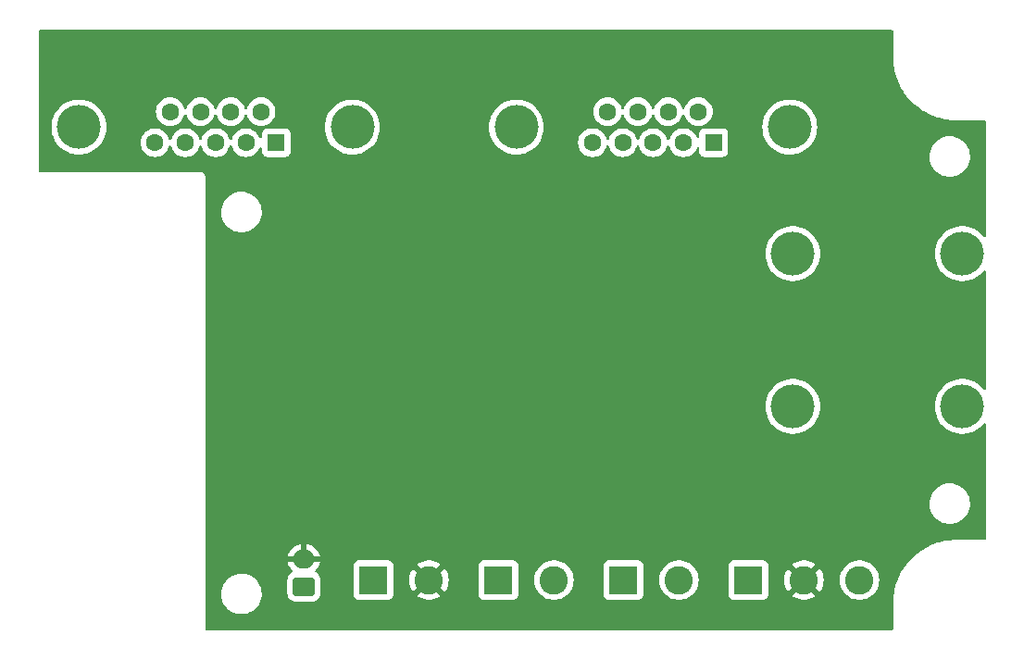
<source format=gbl>
G04 #@! TF.GenerationSoftware,KiCad,Pcbnew,7.0.6*
G04 #@! TF.CreationDate,2023-08-07T22:51:51+02:00*
G04 #@! TF.ProjectId,Box,426f782e-6b69-4636-9164-5f7063625858,rev?*
G04 #@! TF.SameCoordinates,Original*
G04 #@! TF.FileFunction,Copper,L2,Bot*
G04 #@! TF.FilePolarity,Positive*
%FSLAX46Y46*%
G04 Gerber Fmt 4.6, Leading zero omitted, Abs format (unit mm)*
G04 Created by KiCad (PCBNEW 7.0.6) date 2023-08-07 22:51:51*
%MOMM*%
%LPD*%
G01*
G04 APERTURE LIST*
G04 Aperture macros list*
%AMRoundRect*
0 Rectangle with rounded corners*
0 $1 Rounding radius*
0 $2 $3 $4 $5 $6 $7 $8 $9 X,Y pos of 4 corners*
0 Add a 4 corners polygon primitive as box body*
4,1,4,$2,$3,$4,$5,$6,$7,$8,$9,$2,$3,0*
0 Add four circle primitives for the rounded corners*
1,1,$1+$1,$2,$3*
1,1,$1+$1,$4,$5*
1,1,$1+$1,$6,$7*
1,1,$1+$1,$8,$9*
0 Add four rect primitives between the rounded corners*
20,1,$1+$1,$2,$3,$4,$5,0*
20,1,$1+$1,$4,$5,$6,$7,0*
20,1,$1+$1,$6,$7,$8,$9,0*
20,1,$1+$1,$8,$9,$2,$3,0*%
G04 Aperture macros list end*
G04 #@! TA.AperFunction,ComponentPad*
%ADD10C,4.000000*%
G04 #@! TD*
G04 #@! TA.AperFunction,ComponentPad*
%ADD11R,2.600000X2.600000*%
G04 #@! TD*
G04 #@! TA.AperFunction,ComponentPad*
%ADD12C,2.600000*%
G04 #@! TD*
G04 #@! TA.AperFunction,ComponentPad*
%ADD13R,1.600000X1.600000*%
G04 #@! TD*
G04 #@! TA.AperFunction,ComponentPad*
%ADD14C,1.600000*%
G04 #@! TD*
G04 #@! TA.AperFunction,ComponentPad*
%ADD15RoundRect,0.250000X0.750000X-0.600000X0.750000X0.600000X-0.750000X0.600000X-0.750000X-0.600000X0*%
G04 #@! TD*
G04 #@! TA.AperFunction,ComponentPad*
%ADD16O,2.000000X1.700000*%
G04 #@! TD*
G04 APERTURE END LIST*
D10*
X189484000Y-85090000D03*
X204984000Y-85090000D03*
X189484000Y-71120000D03*
X204984000Y-71120000D03*
D11*
X151130000Y-100965000D03*
D12*
X156210000Y-100965000D03*
D10*
X149200000Y-59540000D03*
X124200000Y-59540000D03*
D13*
X142240000Y-60960000D03*
D14*
X139470000Y-60960000D03*
X136700000Y-60960000D03*
X133930000Y-60960000D03*
X131160000Y-60960000D03*
X140855000Y-58120000D03*
X138085000Y-58120000D03*
X135315000Y-58120000D03*
X132545000Y-58120000D03*
D11*
X173990000Y-100965000D03*
D12*
X179070000Y-100965000D03*
D11*
X185420000Y-100965000D03*
D12*
X190500000Y-100965000D03*
X195580000Y-100965000D03*
D10*
X189205000Y-59540000D03*
X164205000Y-59540000D03*
D13*
X182245000Y-60960000D03*
D14*
X179475000Y-60960000D03*
X176705000Y-60960000D03*
X173935000Y-60960000D03*
X171165000Y-60960000D03*
X180860000Y-58120000D03*
X178090000Y-58120000D03*
X175320000Y-58120000D03*
X172550000Y-58120000D03*
D15*
X144780000Y-101560000D03*
D16*
X144780000Y-99060000D03*
D11*
X162560000Y-100965000D03*
D12*
X167640000Y-100965000D03*
G04 #@! TA.AperFunction,Conductor*
G36*
X198603939Y-50685185D02*
G01*
X198649694Y-50737989D01*
X198660900Y-50789500D01*
X198660899Y-53070169D01*
X198660900Y-53070174D01*
X198660900Y-53339642D01*
X198696714Y-53794706D01*
X198696714Y-53794707D01*
X198696715Y-53794713D01*
X198768124Y-54245574D01*
X198874688Y-54689441D01*
X198942579Y-54898390D01*
X199015746Y-55123576D01*
X199015746Y-55123575D01*
X199190435Y-55545313D01*
X199397676Y-55952046D01*
X199615573Y-56307622D01*
X199636183Y-56341253D01*
X199759686Y-56511240D01*
X199904498Y-56710556D01*
X199976294Y-56794618D01*
X200200956Y-57057664D01*
X200523736Y-57380444D01*
X200627443Y-57469018D01*
X200870844Y-57676902D01*
X200870847Y-57676904D01*
X201240147Y-57945217D01*
X201264347Y-57960047D01*
X201629354Y-58183724D01*
X202036087Y-58390965D01*
X202457825Y-58565654D01*
X202457824Y-58565654D01*
X202683009Y-58638820D01*
X202891959Y-58706712D01*
X203335826Y-58813276D01*
X203747692Y-58878508D01*
X203786693Y-58884686D01*
X203786694Y-58884686D01*
X204241758Y-58920500D01*
X204241760Y-58920500D01*
X204434201Y-58920500D01*
X207020500Y-58920500D01*
X207087539Y-58940185D01*
X207133294Y-58992989D01*
X207144500Y-59044500D01*
X207144500Y-69451801D01*
X207124815Y-69518840D01*
X207072011Y-69564595D01*
X207002853Y-69574539D01*
X206939297Y-69545514D01*
X206924960Y-69530847D01*
X206816233Y-69399418D01*
X206816232Y-69399417D01*
X206816227Y-69399411D01*
X206586141Y-69183347D01*
X206586131Y-69183339D01*
X206330790Y-68997823D01*
X206330783Y-68997818D01*
X206330779Y-68997816D01*
X206054179Y-68845753D01*
X206054176Y-68845751D01*
X206054171Y-68845749D01*
X206054170Y-68845748D01*
X205760705Y-68729557D01*
X205760702Y-68729556D01*
X205454978Y-68651060D01*
X205454965Y-68651058D01*
X205141832Y-68611500D01*
X205141821Y-68611500D01*
X204826179Y-68611500D01*
X204826167Y-68611500D01*
X204513034Y-68651058D01*
X204513021Y-68651060D01*
X204207297Y-68729556D01*
X204207294Y-68729557D01*
X203913829Y-68845748D01*
X203913828Y-68845749D01*
X203637221Y-68997816D01*
X203637209Y-68997823D01*
X203381868Y-69183339D01*
X203381858Y-69183347D01*
X203151772Y-69399411D01*
X202950561Y-69642634D01*
X202781442Y-69909123D01*
X202781436Y-69909134D01*
X202647046Y-70194727D01*
X202647044Y-70194732D01*
X202556537Y-70473283D01*
X202549505Y-70494928D01*
X202516220Y-70669409D01*
X202490357Y-70804987D01*
X202470540Y-71119994D01*
X202470540Y-71120005D01*
X202490357Y-71435012D01*
X202490359Y-71435020D01*
X202549505Y-71745072D01*
X202549507Y-71745077D01*
X202647044Y-72045267D01*
X202647046Y-72045272D01*
X202781436Y-72330865D01*
X202781442Y-72330876D01*
X202950561Y-72597365D01*
X202950563Y-72597368D01*
X202950568Y-72597375D01*
X203091516Y-72767751D01*
X203151772Y-72840588D01*
X203381858Y-73056652D01*
X203381868Y-73056660D01*
X203637209Y-73242176D01*
X203637214Y-73242178D01*
X203637221Y-73242184D01*
X203913821Y-73394247D01*
X203913826Y-73394249D01*
X203913828Y-73394250D01*
X203913829Y-73394251D01*
X204207294Y-73510442D01*
X204207297Y-73510443D01*
X204513021Y-73588939D01*
X204513025Y-73588940D01*
X204578717Y-73597238D01*
X204826167Y-73628499D01*
X204826176Y-73628499D01*
X204826179Y-73628500D01*
X204826181Y-73628500D01*
X205141819Y-73628500D01*
X205141821Y-73628500D01*
X205141824Y-73628499D01*
X205141832Y-73628499D01*
X205328692Y-73604892D01*
X205454975Y-73588940D01*
X205760702Y-73510443D01*
X205760705Y-73510442D01*
X206054170Y-73394251D01*
X206054171Y-73394250D01*
X206054169Y-73394250D01*
X206054179Y-73394247D01*
X206330779Y-73242184D01*
X206586140Y-73056654D01*
X206816233Y-72840582D01*
X206924957Y-72709156D01*
X206982856Y-72670050D01*
X207052707Y-72668454D01*
X207112333Y-72704875D01*
X207142803Y-72767751D01*
X207144500Y-72788198D01*
X207144500Y-83421801D01*
X207124815Y-83488840D01*
X207072011Y-83534595D01*
X207002853Y-83544539D01*
X206939297Y-83515514D01*
X206924960Y-83500847D01*
X206816233Y-83369418D01*
X206816232Y-83369417D01*
X206816227Y-83369411D01*
X206586141Y-83153347D01*
X206586131Y-83153339D01*
X206330790Y-82967823D01*
X206330783Y-82967818D01*
X206330779Y-82967816D01*
X206054179Y-82815753D01*
X206054176Y-82815751D01*
X206054171Y-82815749D01*
X206054170Y-82815748D01*
X205760705Y-82699557D01*
X205760702Y-82699556D01*
X205454978Y-82621060D01*
X205454965Y-82621058D01*
X205141832Y-82581500D01*
X205141821Y-82581500D01*
X204826179Y-82581500D01*
X204826167Y-82581500D01*
X204513034Y-82621058D01*
X204513021Y-82621060D01*
X204207297Y-82699556D01*
X204207294Y-82699557D01*
X203913829Y-82815748D01*
X203913828Y-82815749D01*
X203637221Y-82967816D01*
X203637209Y-82967823D01*
X203381868Y-83153339D01*
X203381858Y-83153347D01*
X203151772Y-83369411D01*
X202950561Y-83612634D01*
X202781442Y-83879123D01*
X202781436Y-83879134D01*
X202647046Y-84164727D01*
X202647044Y-84164732D01*
X202556537Y-84443283D01*
X202549505Y-84464928D01*
X202516220Y-84639409D01*
X202490357Y-84774987D01*
X202470540Y-85089994D01*
X202470540Y-85090005D01*
X202490357Y-85405012D01*
X202490359Y-85405020D01*
X202549505Y-85715072D01*
X202549507Y-85715077D01*
X202647044Y-86015267D01*
X202647046Y-86015272D01*
X202781436Y-86300865D01*
X202781442Y-86300876D01*
X202950561Y-86567365D01*
X202950563Y-86567368D01*
X202950568Y-86567375D01*
X203091516Y-86737751D01*
X203151772Y-86810588D01*
X203381858Y-87026652D01*
X203381868Y-87026660D01*
X203637209Y-87212176D01*
X203637214Y-87212178D01*
X203637221Y-87212184D01*
X203913821Y-87364247D01*
X203913826Y-87364249D01*
X203913828Y-87364250D01*
X203913829Y-87364251D01*
X204207294Y-87480442D01*
X204207297Y-87480443D01*
X204513021Y-87558939D01*
X204513025Y-87558940D01*
X204578717Y-87567238D01*
X204826167Y-87598499D01*
X204826176Y-87598499D01*
X204826179Y-87598500D01*
X204826181Y-87598500D01*
X205141819Y-87598500D01*
X205141821Y-87598500D01*
X205141824Y-87598499D01*
X205141832Y-87598499D01*
X205328692Y-87574892D01*
X205454975Y-87558940D01*
X205760702Y-87480443D01*
X205760705Y-87480442D01*
X206054170Y-87364251D01*
X206054171Y-87364250D01*
X206054169Y-87364250D01*
X206054179Y-87364247D01*
X206330779Y-87212184D01*
X206586140Y-87026654D01*
X206816233Y-86810582D01*
X206924957Y-86679156D01*
X206982856Y-86640050D01*
X207052707Y-86638454D01*
X207112333Y-86674875D01*
X207142803Y-86737751D01*
X207144500Y-86758198D01*
X207144500Y-97165500D01*
X207124815Y-97232539D01*
X207072011Y-97278294D01*
X207020500Y-97289500D01*
X204241758Y-97289500D01*
X203786694Y-97325314D01*
X203786693Y-97325314D01*
X203786686Y-97325315D01*
X203786687Y-97325315D01*
X203335826Y-97396724D01*
X202891959Y-97503288D01*
X202683009Y-97571179D01*
X202457824Y-97644346D01*
X202457825Y-97644346D01*
X202036087Y-97819035D01*
X201629354Y-98026276D01*
X201363949Y-98188917D01*
X201240147Y-98264783D01*
X200979256Y-98454332D01*
X200870844Y-98533098D01*
X200815386Y-98580464D01*
X200523736Y-98829556D01*
X200200956Y-99152336D01*
X200100595Y-99269844D01*
X199904498Y-99499444D01*
X199845165Y-99581107D01*
X199636183Y-99868747D01*
X199615573Y-99902377D01*
X199397676Y-100257954D01*
X199190435Y-100664687D01*
X199015747Y-101086424D01*
X199015746Y-101086425D01*
X199015746Y-101086424D01*
X198956613Y-101268419D01*
X198874688Y-101520559D01*
X198768124Y-101964426D01*
X198731044Y-102198541D01*
X198696714Y-102415293D01*
X198696714Y-102415294D01*
X198660900Y-102870358D01*
X198660900Y-105420500D01*
X198641215Y-105487539D01*
X198588411Y-105533294D01*
X198536900Y-105544500D01*
X135879500Y-105544500D01*
X135812461Y-105524815D01*
X135766706Y-105472011D01*
X135755500Y-105420500D01*
X135755500Y-102302763D01*
X137210787Y-102302763D01*
X137240413Y-102572013D01*
X137240415Y-102572024D01*
X137291386Y-102766989D01*
X137308928Y-102834088D01*
X137414870Y-103083390D01*
X137486998Y-103201575D01*
X137555979Y-103314605D01*
X137555986Y-103314615D01*
X137729253Y-103522819D01*
X137729259Y-103522824D01*
X137930998Y-103703582D01*
X138156910Y-103853044D01*
X138402176Y-103968020D01*
X138402183Y-103968022D01*
X138402185Y-103968023D01*
X138661557Y-104046057D01*
X138661564Y-104046058D01*
X138661569Y-104046060D01*
X138929561Y-104085500D01*
X138929566Y-104085500D01*
X139132636Y-104085500D01*
X139184133Y-104081730D01*
X139335156Y-104070677D01*
X139447758Y-104045593D01*
X139599546Y-104011782D01*
X139599548Y-104011781D01*
X139599553Y-104011780D01*
X139852558Y-103915014D01*
X140088777Y-103782441D01*
X140303177Y-103616888D01*
X140491186Y-103421881D01*
X140648799Y-103201579D01*
X140722787Y-103057669D01*
X140772649Y-102960690D01*
X140772651Y-102960684D01*
X140772656Y-102960675D01*
X140860118Y-102704305D01*
X140909319Y-102437933D01*
X140917629Y-102210537D01*
X143271500Y-102210537D01*
X143271501Y-102210553D01*
X143282113Y-102314427D01*
X143315534Y-102415287D01*
X143337885Y-102482738D01*
X143430970Y-102633652D01*
X143556348Y-102759030D01*
X143707262Y-102852115D01*
X143875574Y-102907887D01*
X143979455Y-102918500D01*
X145580544Y-102918499D01*
X145684426Y-102907887D01*
X145852738Y-102852115D01*
X146003652Y-102759030D01*
X146129030Y-102633652D01*
X146222115Y-102482738D01*
X146277887Y-102314426D01*
X146277966Y-102313654D01*
X149321500Y-102313654D01*
X149328011Y-102374202D01*
X149328011Y-102374204D01*
X149368494Y-102482740D01*
X149379111Y-102511204D01*
X149466739Y-102628261D01*
X149583796Y-102715889D01*
X149698949Y-102758839D01*
X149715463Y-102764999D01*
X149720799Y-102766989D01*
X149748050Y-102769918D01*
X149781345Y-102773499D01*
X149781362Y-102773500D01*
X152478638Y-102773500D01*
X152478654Y-102773499D01*
X152505692Y-102770591D01*
X152539201Y-102766989D01*
X152544537Y-102764999D01*
X152560545Y-102759028D01*
X152676204Y-102715889D01*
X152793261Y-102628261D01*
X152880889Y-102511204D01*
X152931989Y-102374201D01*
X152935591Y-102340692D01*
X152938499Y-102313654D01*
X152938500Y-102313637D01*
X152938500Y-100965004D01*
X154404953Y-100965004D01*
X154425113Y-101234026D01*
X154425113Y-101234028D01*
X154485142Y-101497033D01*
X154485148Y-101497052D01*
X154583709Y-101748181D01*
X154583708Y-101748181D01*
X154718602Y-101981822D01*
X154772294Y-102049151D01*
X154772295Y-102049151D01*
X155607452Y-101213993D01*
X155617188Y-101243956D01*
X155705186Y-101382619D01*
X155824903Y-101495040D01*
X155959510Y-101569041D01*
X155124848Y-102403702D01*
X155307483Y-102528220D01*
X155307485Y-102528221D01*
X155550539Y-102645269D01*
X155550537Y-102645269D01*
X155808337Y-102724790D01*
X155808343Y-102724792D01*
X156075101Y-102764999D01*
X156075110Y-102765000D01*
X156344890Y-102765000D01*
X156344898Y-102764999D01*
X156611656Y-102724792D01*
X156611662Y-102724790D01*
X156869461Y-102645269D01*
X157112521Y-102528218D01*
X157295150Y-102403702D01*
X157205102Y-102313654D01*
X160751500Y-102313654D01*
X160758011Y-102374202D01*
X160758011Y-102374204D01*
X160798494Y-102482740D01*
X160809111Y-102511204D01*
X160896739Y-102628261D01*
X161013796Y-102715889D01*
X161128949Y-102758839D01*
X161145463Y-102764999D01*
X161150799Y-102766989D01*
X161178050Y-102769918D01*
X161211345Y-102773499D01*
X161211362Y-102773500D01*
X163908638Y-102773500D01*
X163908654Y-102773499D01*
X163935692Y-102770591D01*
X163969201Y-102766989D01*
X163974537Y-102764999D01*
X163990545Y-102759028D01*
X164106204Y-102715889D01*
X164223261Y-102628261D01*
X164310889Y-102511204D01*
X164361989Y-102374201D01*
X164365591Y-102340692D01*
X164368499Y-102313654D01*
X164368500Y-102313637D01*
X164368500Y-100965004D01*
X165826429Y-100965004D01*
X165846683Y-101235289D01*
X165846684Y-101235294D01*
X165906997Y-101499545D01*
X165906999Y-101499554D01*
X165907001Y-101499559D01*
X166006029Y-101751879D01*
X166141557Y-101986621D01*
X166310558Y-102198542D01*
X166509257Y-102382907D01*
X166733215Y-102535599D01*
X166977428Y-102653206D01*
X167236442Y-102733101D01*
X167236443Y-102733101D01*
X167236446Y-102733102D01*
X167504464Y-102773499D01*
X167504469Y-102773499D01*
X167504472Y-102773500D01*
X167504473Y-102773500D01*
X167775527Y-102773500D01*
X167775528Y-102773500D01*
X167818726Y-102766989D01*
X168043553Y-102733102D01*
X168043554Y-102733101D01*
X168043558Y-102733101D01*
X168302572Y-102653206D01*
X168546786Y-102535599D01*
X168770743Y-102382907D01*
X168845380Y-102313654D01*
X172181500Y-102313654D01*
X172188011Y-102374202D01*
X172188011Y-102374204D01*
X172228494Y-102482740D01*
X172239111Y-102511204D01*
X172326739Y-102628261D01*
X172443796Y-102715889D01*
X172558949Y-102758839D01*
X172575463Y-102764999D01*
X172580799Y-102766989D01*
X172608050Y-102769918D01*
X172641345Y-102773499D01*
X172641362Y-102773500D01*
X175338638Y-102773500D01*
X175338654Y-102773499D01*
X175365692Y-102770591D01*
X175399201Y-102766989D01*
X175404537Y-102764999D01*
X175420545Y-102759028D01*
X175536204Y-102715889D01*
X175653261Y-102628261D01*
X175740889Y-102511204D01*
X175791989Y-102374201D01*
X175795591Y-102340692D01*
X175798499Y-102313654D01*
X175798500Y-102313637D01*
X175798500Y-100965004D01*
X177256429Y-100965004D01*
X177276683Y-101235289D01*
X177276684Y-101235294D01*
X177336997Y-101499545D01*
X177336999Y-101499554D01*
X177337001Y-101499559D01*
X177436029Y-101751879D01*
X177571557Y-101986621D01*
X177740558Y-102198542D01*
X177939257Y-102382907D01*
X178163215Y-102535599D01*
X178407428Y-102653206D01*
X178666442Y-102733101D01*
X178666443Y-102733101D01*
X178666446Y-102733102D01*
X178934464Y-102773499D01*
X178934469Y-102773499D01*
X178934472Y-102773500D01*
X178934473Y-102773500D01*
X179205527Y-102773500D01*
X179205528Y-102773500D01*
X179248726Y-102766989D01*
X179473553Y-102733102D01*
X179473554Y-102733101D01*
X179473558Y-102733101D01*
X179732572Y-102653206D01*
X179976786Y-102535599D01*
X180200743Y-102382907D01*
X180275380Y-102313654D01*
X183611500Y-102313654D01*
X183618011Y-102374202D01*
X183618011Y-102374204D01*
X183658494Y-102482740D01*
X183669111Y-102511204D01*
X183756739Y-102628261D01*
X183873796Y-102715889D01*
X183988949Y-102758839D01*
X184005463Y-102764999D01*
X184010799Y-102766989D01*
X184038050Y-102769918D01*
X184071345Y-102773499D01*
X184071362Y-102773500D01*
X186768638Y-102773500D01*
X186768654Y-102773499D01*
X186795692Y-102770591D01*
X186829201Y-102766989D01*
X186834537Y-102764999D01*
X186850545Y-102759028D01*
X186966204Y-102715889D01*
X187083261Y-102628261D01*
X187170889Y-102511204D01*
X187221989Y-102374201D01*
X187225591Y-102340692D01*
X187228499Y-102313654D01*
X187228500Y-102313637D01*
X187228500Y-100965004D01*
X188694953Y-100965004D01*
X188715113Y-101234026D01*
X188715113Y-101234028D01*
X188775142Y-101497033D01*
X188775148Y-101497052D01*
X188873709Y-101748181D01*
X188873708Y-101748181D01*
X189008602Y-101981822D01*
X189062294Y-102049151D01*
X189062295Y-102049151D01*
X189897452Y-101213993D01*
X189907188Y-101243956D01*
X189995186Y-101382619D01*
X190114903Y-101495040D01*
X190249510Y-101569041D01*
X189414848Y-102403702D01*
X189597483Y-102528220D01*
X189597485Y-102528221D01*
X189840539Y-102645269D01*
X189840537Y-102645269D01*
X190098337Y-102724790D01*
X190098343Y-102724792D01*
X190365101Y-102764999D01*
X190365110Y-102765000D01*
X190634890Y-102765000D01*
X190634898Y-102764999D01*
X190901656Y-102724792D01*
X190901662Y-102724790D01*
X191159461Y-102645269D01*
X191402521Y-102528218D01*
X191585150Y-102403702D01*
X190747534Y-101566086D01*
X190815629Y-101539126D01*
X190948492Y-101442595D01*
X191053175Y-101316055D01*
X191101631Y-101213080D01*
X191937703Y-102049151D01*
X191937704Y-102049151D01*
X191991393Y-101981828D01*
X191991400Y-101981817D01*
X192126290Y-101748181D01*
X192224851Y-101497052D01*
X192224857Y-101497033D01*
X192284886Y-101234028D01*
X192284886Y-101234026D01*
X192305047Y-100965004D01*
X193766429Y-100965004D01*
X193786683Y-101235289D01*
X193786684Y-101235294D01*
X193846997Y-101499545D01*
X193846999Y-101499554D01*
X193847001Y-101499559D01*
X193946029Y-101751879D01*
X194081557Y-101986621D01*
X194250558Y-102198542D01*
X194449257Y-102382907D01*
X194673215Y-102535599D01*
X194917428Y-102653206D01*
X195176442Y-102733101D01*
X195176443Y-102733101D01*
X195176446Y-102733102D01*
X195444464Y-102773499D01*
X195444469Y-102773499D01*
X195444472Y-102773500D01*
X195444473Y-102773500D01*
X195715527Y-102773500D01*
X195715528Y-102773500D01*
X195758726Y-102766989D01*
X195983553Y-102733102D01*
X195983554Y-102733101D01*
X195983558Y-102733101D01*
X196242572Y-102653206D01*
X196486786Y-102535599D01*
X196710743Y-102382907D01*
X196909442Y-102198542D01*
X197078443Y-101986621D01*
X197213971Y-101751879D01*
X197312999Y-101499559D01*
X197373315Y-101235299D01*
X197373410Y-101234028D01*
X197393571Y-100965004D01*
X197393571Y-100964995D01*
X197373316Y-100694710D01*
X197373315Y-100694705D01*
X197373315Y-100694701D01*
X197312999Y-100430441D01*
X197213971Y-100178121D01*
X197078443Y-99943379D01*
X196909442Y-99731458D01*
X196710743Y-99547093D01*
X196486786Y-99394401D01*
X196486780Y-99394398D01*
X196486779Y-99394397D01*
X196486778Y-99394396D01*
X196242574Y-99276795D01*
X196242576Y-99276795D01*
X195983559Y-99196899D01*
X195983553Y-99196897D01*
X195715535Y-99156500D01*
X195715528Y-99156500D01*
X195444472Y-99156500D01*
X195444464Y-99156500D01*
X195176446Y-99196897D01*
X195176440Y-99196899D01*
X194917427Y-99276794D01*
X194673219Y-99394398D01*
X194449256Y-99547093D01*
X194250560Y-99731456D01*
X194250558Y-99731458D01*
X194081557Y-99943379D01*
X193946029Y-100178120D01*
X193847003Y-100430435D01*
X193846997Y-100430454D01*
X193786684Y-100694705D01*
X193786683Y-100694710D01*
X193766429Y-100964995D01*
X193766429Y-100965004D01*
X192305047Y-100965004D01*
X192305047Y-100964995D01*
X192284886Y-100695973D01*
X192284886Y-100695971D01*
X192224857Y-100432966D01*
X192224851Y-100432947D01*
X192126290Y-100181818D01*
X192126291Y-100181818D01*
X191991397Y-99948177D01*
X191937704Y-99880847D01*
X191102546Y-100716004D01*
X191092812Y-100686044D01*
X191004814Y-100547381D01*
X190885097Y-100434960D01*
X190750489Y-100360958D01*
X191585150Y-99526296D01*
X191402517Y-99401779D01*
X191402516Y-99401778D01*
X191159460Y-99284730D01*
X191159462Y-99284730D01*
X190901662Y-99205209D01*
X190901656Y-99205207D01*
X190634898Y-99165000D01*
X190365101Y-99165000D01*
X190098343Y-99205207D01*
X190098337Y-99205209D01*
X189840538Y-99284730D01*
X189597485Y-99401778D01*
X189597476Y-99401783D01*
X189414848Y-99526296D01*
X190252465Y-100363913D01*
X190184371Y-100390874D01*
X190051508Y-100487405D01*
X189946825Y-100613945D01*
X189898368Y-100716920D01*
X189062295Y-99880848D01*
X189008600Y-99948180D01*
X188873709Y-100181818D01*
X188775148Y-100432947D01*
X188775142Y-100432966D01*
X188715113Y-100695971D01*
X188715113Y-100695973D01*
X188694953Y-100964995D01*
X188694953Y-100965004D01*
X187228500Y-100965004D01*
X187228500Y-99616362D01*
X187228499Y-99616345D01*
X187225157Y-99585270D01*
X187221989Y-99555799D01*
X187170889Y-99418796D01*
X187083261Y-99301739D01*
X186966204Y-99214111D01*
X186942332Y-99205207D01*
X186829203Y-99163011D01*
X186768654Y-99156500D01*
X186768638Y-99156500D01*
X184071362Y-99156500D01*
X184071345Y-99156500D01*
X184010797Y-99163011D01*
X184010795Y-99163011D01*
X183873795Y-99214111D01*
X183756739Y-99301739D01*
X183669111Y-99418795D01*
X183618011Y-99555795D01*
X183618011Y-99555797D01*
X183611500Y-99616345D01*
X183611500Y-102313654D01*
X180275380Y-102313654D01*
X180399442Y-102198542D01*
X180568443Y-101986621D01*
X180703971Y-101751879D01*
X180802999Y-101499559D01*
X180863315Y-101235299D01*
X180863410Y-101234028D01*
X180883571Y-100965004D01*
X180883571Y-100964995D01*
X180863316Y-100694710D01*
X180863315Y-100694705D01*
X180863315Y-100694701D01*
X180802999Y-100430441D01*
X180703971Y-100178121D01*
X180568443Y-99943379D01*
X180399442Y-99731458D01*
X180200743Y-99547093D01*
X179976786Y-99394401D01*
X179976780Y-99394398D01*
X179976779Y-99394397D01*
X179976778Y-99394396D01*
X179732574Y-99276795D01*
X179732576Y-99276795D01*
X179473559Y-99196899D01*
X179473553Y-99196897D01*
X179205535Y-99156500D01*
X179205528Y-99156500D01*
X178934472Y-99156500D01*
X178934464Y-99156500D01*
X178666446Y-99196897D01*
X178666440Y-99196899D01*
X178407427Y-99276794D01*
X178163219Y-99394398D01*
X177939256Y-99547093D01*
X177740560Y-99731456D01*
X177740558Y-99731458D01*
X177571557Y-99943379D01*
X177436029Y-100178120D01*
X177337003Y-100430435D01*
X177336997Y-100430454D01*
X177276684Y-100694705D01*
X177276683Y-100694710D01*
X177256429Y-100964995D01*
X177256429Y-100965004D01*
X175798500Y-100965004D01*
X175798500Y-99616362D01*
X175798499Y-99616345D01*
X175795157Y-99585270D01*
X175791989Y-99555799D01*
X175740889Y-99418796D01*
X175653261Y-99301739D01*
X175536204Y-99214111D01*
X175512332Y-99205207D01*
X175399203Y-99163011D01*
X175338654Y-99156500D01*
X175338638Y-99156500D01*
X172641362Y-99156500D01*
X172641345Y-99156500D01*
X172580797Y-99163011D01*
X172580795Y-99163011D01*
X172443795Y-99214111D01*
X172326739Y-99301739D01*
X172239111Y-99418795D01*
X172188011Y-99555795D01*
X172188011Y-99555797D01*
X172181500Y-99616345D01*
X172181500Y-102313654D01*
X168845380Y-102313654D01*
X168969442Y-102198542D01*
X169138443Y-101986621D01*
X169273971Y-101751879D01*
X169372999Y-101499559D01*
X169433315Y-101235299D01*
X169433410Y-101234028D01*
X169453571Y-100965004D01*
X169453571Y-100964995D01*
X169433316Y-100694710D01*
X169433315Y-100694705D01*
X169433315Y-100694701D01*
X169372999Y-100430441D01*
X169273971Y-100178121D01*
X169138443Y-99943379D01*
X168969442Y-99731458D01*
X168770743Y-99547093D01*
X168546786Y-99394401D01*
X168546780Y-99394398D01*
X168546779Y-99394397D01*
X168546778Y-99394396D01*
X168302574Y-99276795D01*
X168302576Y-99276795D01*
X168043559Y-99196899D01*
X168043553Y-99196897D01*
X167775535Y-99156500D01*
X167775528Y-99156500D01*
X167504472Y-99156500D01*
X167504464Y-99156500D01*
X167236446Y-99196897D01*
X167236440Y-99196899D01*
X166977427Y-99276794D01*
X166733219Y-99394398D01*
X166509256Y-99547093D01*
X166310560Y-99731456D01*
X166310558Y-99731458D01*
X166141557Y-99943379D01*
X166006029Y-100178120D01*
X165907003Y-100430435D01*
X165906997Y-100430454D01*
X165846684Y-100694705D01*
X165846683Y-100694710D01*
X165826429Y-100964995D01*
X165826429Y-100965004D01*
X164368500Y-100965004D01*
X164368500Y-99616362D01*
X164368499Y-99616345D01*
X164365157Y-99585270D01*
X164361989Y-99555799D01*
X164310889Y-99418796D01*
X164223261Y-99301739D01*
X164106204Y-99214111D01*
X164082332Y-99205207D01*
X163969203Y-99163011D01*
X163908654Y-99156500D01*
X163908638Y-99156500D01*
X161211362Y-99156500D01*
X161211345Y-99156500D01*
X161150797Y-99163011D01*
X161150795Y-99163011D01*
X161013795Y-99214111D01*
X160896739Y-99301739D01*
X160809111Y-99418795D01*
X160758011Y-99555795D01*
X160758011Y-99555797D01*
X160751500Y-99616345D01*
X160751500Y-102313654D01*
X157205102Y-102313654D01*
X156457534Y-101566086D01*
X156525629Y-101539126D01*
X156658492Y-101442595D01*
X156763175Y-101316055D01*
X156811631Y-101213079D01*
X157647703Y-102049151D01*
X157647704Y-102049150D01*
X157701393Y-101981828D01*
X157701400Y-101981817D01*
X157836290Y-101748181D01*
X157934851Y-101497052D01*
X157934857Y-101497033D01*
X157994886Y-101234028D01*
X157994886Y-101234026D01*
X158015047Y-100965004D01*
X158015047Y-100964995D01*
X157994886Y-100695973D01*
X157994886Y-100695971D01*
X157934857Y-100432966D01*
X157934851Y-100432947D01*
X157836290Y-100181818D01*
X157836291Y-100181818D01*
X157701397Y-99948177D01*
X157647704Y-99880847D01*
X156812546Y-100716004D01*
X156802812Y-100686044D01*
X156714814Y-100547381D01*
X156595097Y-100434960D01*
X156460487Y-100360957D01*
X157295150Y-99526296D01*
X157112517Y-99401779D01*
X157112516Y-99401778D01*
X156869460Y-99284730D01*
X156869462Y-99284730D01*
X156611662Y-99205209D01*
X156611656Y-99205207D01*
X156344898Y-99165000D01*
X156075101Y-99165000D01*
X155808343Y-99205207D01*
X155808337Y-99205209D01*
X155550538Y-99284730D01*
X155307485Y-99401778D01*
X155307476Y-99401783D01*
X155124848Y-99526296D01*
X155962465Y-100363913D01*
X155894371Y-100390874D01*
X155761508Y-100487405D01*
X155656825Y-100613945D01*
X155608368Y-100716921D01*
X154772295Y-99880848D01*
X154718600Y-99948180D01*
X154583709Y-100181818D01*
X154485148Y-100432947D01*
X154485142Y-100432966D01*
X154425113Y-100695971D01*
X154425113Y-100695973D01*
X154404953Y-100964995D01*
X154404953Y-100965004D01*
X152938500Y-100965004D01*
X152938500Y-99616362D01*
X152938499Y-99616345D01*
X152935157Y-99585270D01*
X152931989Y-99555799D01*
X152880889Y-99418796D01*
X152793261Y-99301739D01*
X152676204Y-99214111D01*
X152652332Y-99205207D01*
X152539203Y-99163011D01*
X152478654Y-99156500D01*
X152478638Y-99156500D01*
X149781362Y-99156500D01*
X149781345Y-99156500D01*
X149720797Y-99163011D01*
X149720795Y-99163011D01*
X149583795Y-99214111D01*
X149466739Y-99301739D01*
X149379111Y-99418795D01*
X149328011Y-99555795D01*
X149328011Y-99555797D01*
X149321500Y-99616345D01*
X149321500Y-102313654D01*
X146277966Y-102313654D01*
X146288500Y-102210545D01*
X146288499Y-100909456D01*
X146277887Y-100805574D01*
X146222115Y-100637262D01*
X146129030Y-100486348D01*
X146003652Y-100360970D01*
X146003648Y-100360967D01*
X145849255Y-100265736D01*
X145802530Y-100213788D01*
X145791309Y-100144826D01*
X145819152Y-100080744D01*
X145826671Y-100072517D01*
X145968105Y-99931082D01*
X146103600Y-99737578D01*
X146203429Y-99523492D01*
X146203432Y-99523486D01*
X146260636Y-99310000D01*
X145213686Y-99310000D01*
X145239493Y-99269844D01*
X145280000Y-99131889D01*
X145280000Y-98988111D01*
X145239493Y-98850156D01*
X145213686Y-98810000D01*
X146260636Y-98810000D01*
X146260635Y-98809999D01*
X146203432Y-98596513D01*
X146203429Y-98596507D01*
X146103600Y-98382422D01*
X146103599Y-98382420D01*
X145968113Y-98188926D01*
X145968108Y-98188920D01*
X145801079Y-98021891D01*
X145801073Y-98021886D01*
X145607579Y-97886400D01*
X145607577Y-97886399D01*
X145393492Y-97786570D01*
X145393483Y-97786566D01*
X145165326Y-97725432D01*
X145165316Y-97725430D01*
X145030000Y-97713590D01*
X145030000Y-98624498D01*
X144922315Y-98575320D01*
X144815763Y-98560000D01*
X144744237Y-98560000D01*
X144637685Y-98575320D01*
X144530000Y-98624498D01*
X144530000Y-97713591D01*
X144529999Y-97713590D01*
X144394683Y-97725430D01*
X144394673Y-97725432D01*
X144166516Y-97786566D01*
X144166507Y-97786570D01*
X143952422Y-97886399D01*
X143952420Y-97886400D01*
X143758926Y-98021886D01*
X143758920Y-98021891D01*
X143591894Y-98188917D01*
X143456399Y-98382421D01*
X143356570Y-98596507D01*
X143356567Y-98596513D01*
X143299364Y-98809999D01*
X143299364Y-98810000D01*
X144346314Y-98810000D01*
X144320507Y-98850156D01*
X144280000Y-98988111D01*
X144280000Y-99131889D01*
X144320507Y-99269844D01*
X144346314Y-99310000D01*
X143299364Y-99310000D01*
X143356567Y-99523486D01*
X143356570Y-99523492D01*
X143456399Y-99737577D01*
X143456400Y-99737579D01*
X143591886Y-99931073D01*
X143733329Y-100072517D01*
X143766813Y-100133840D01*
X143761829Y-100203532D01*
X143719957Y-100259465D01*
X143710744Y-100265736D01*
X143556351Y-100360967D01*
X143556347Y-100360970D01*
X143430971Y-100486346D01*
X143337886Y-100637259D01*
X143337884Y-100637264D01*
X143282113Y-100805572D01*
X143271500Y-100909447D01*
X143271500Y-102210537D01*
X140917629Y-102210537D01*
X140919212Y-102167235D01*
X140889586Y-101897982D01*
X140821072Y-101635912D01*
X140715130Y-101386610D01*
X140574018Y-101155390D01*
X140516625Y-101086425D01*
X140400746Y-100947180D01*
X140400740Y-100947175D01*
X140199002Y-100766418D01*
X139973092Y-100616957D01*
X139961336Y-100611446D01*
X139727824Y-100501980D01*
X139727819Y-100501978D01*
X139727814Y-100501976D01*
X139468442Y-100423942D01*
X139468428Y-100423939D01*
X139352791Y-100406921D01*
X139200439Y-100384500D01*
X138997369Y-100384500D01*
X138997364Y-100384500D01*
X138794844Y-100399323D01*
X138794831Y-100399325D01*
X138530453Y-100458217D01*
X138530446Y-100458220D01*
X138277439Y-100554987D01*
X138041226Y-100687557D01*
X138041224Y-100687558D01*
X138041223Y-100687559D01*
X137978893Y-100735688D01*
X137826822Y-100853112D01*
X137638822Y-101048109D01*
X137638816Y-101048116D01*
X137481202Y-101268419D01*
X137481199Y-101268424D01*
X137357350Y-101509309D01*
X137357343Y-101509327D01*
X137269884Y-101765685D01*
X137269881Y-101765699D01*
X137245449Y-101897975D01*
X137229076Y-101986620D01*
X137220681Y-102032068D01*
X137220680Y-102032075D01*
X137210787Y-102302763D01*
X135755500Y-102302763D01*
X135755500Y-94047763D01*
X201980787Y-94047763D01*
X202010413Y-94317013D01*
X202010415Y-94317024D01*
X202078926Y-94579082D01*
X202078928Y-94579088D01*
X202184870Y-94828390D01*
X202256998Y-94946575D01*
X202325979Y-95059605D01*
X202325986Y-95059615D01*
X202499253Y-95267819D01*
X202499259Y-95267824D01*
X202700998Y-95448582D01*
X202926910Y-95598044D01*
X203172176Y-95713020D01*
X203172183Y-95713022D01*
X203172185Y-95713023D01*
X203431557Y-95791057D01*
X203431564Y-95791058D01*
X203431569Y-95791060D01*
X203699561Y-95830500D01*
X203699566Y-95830500D01*
X203902636Y-95830500D01*
X203954133Y-95826730D01*
X204105156Y-95815677D01*
X204217758Y-95790593D01*
X204369546Y-95756782D01*
X204369548Y-95756781D01*
X204369553Y-95756780D01*
X204622558Y-95660014D01*
X204858777Y-95527441D01*
X205073177Y-95361888D01*
X205261186Y-95166881D01*
X205418799Y-94946579D01*
X205492787Y-94802669D01*
X205542649Y-94705690D01*
X205542651Y-94705684D01*
X205542656Y-94705675D01*
X205630118Y-94449305D01*
X205679319Y-94182933D01*
X205689212Y-93912235D01*
X205659586Y-93642982D01*
X205591072Y-93380912D01*
X205485130Y-93131610D01*
X205344018Y-92900390D01*
X205254747Y-92793119D01*
X205170746Y-92692180D01*
X205170740Y-92692175D01*
X204969002Y-92511418D01*
X204743092Y-92361957D01*
X204743090Y-92361956D01*
X204497824Y-92246980D01*
X204497819Y-92246978D01*
X204497814Y-92246976D01*
X204238442Y-92168942D01*
X204238428Y-92168939D01*
X204122791Y-92151921D01*
X203970439Y-92129500D01*
X203767369Y-92129500D01*
X203767364Y-92129500D01*
X203564844Y-92144323D01*
X203564831Y-92144325D01*
X203300453Y-92203217D01*
X203300446Y-92203220D01*
X203047439Y-92299987D01*
X202811226Y-92432557D01*
X202596822Y-92598112D01*
X202408822Y-92793109D01*
X202408816Y-92793116D01*
X202251202Y-93013419D01*
X202251199Y-93013424D01*
X202127350Y-93254309D01*
X202127343Y-93254327D01*
X202039884Y-93510685D01*
X202039881Y-93510699D01*
X201990681Y-93777068D01*
X201990680Y-93777075D01*
X201980787Y-94047763D01*
X135755500Y-94047763D01*
X135755500Y-85090005D01*
X186970540Y-85090005D01*
X186990357Y-85405012D01*
X186990359Y-85405020D01*
X187049505Y-85715072D01*
X187049507Y-85715077D01*
X187147044Y-86015267D01*
X187147046Y-86015272D01*
X187281436Y-86300865D01*
X187281442Y-86300876D01*
X187450561Y-86567365D01*
X187450563Y-86567368D01*
X187450568Y-86567375D01*
X187591516Y-86737751D01*
X187651772Y-86810588D01*
X187881858Y-87026652D01*
X187881868Y-87026660D01*
X188137209Y-87212176D01*
X188137214Y-87212178D01*
X188137221Y-87212184D01*
X188413821Y-87364247D01*
X188413826Y-87364249D01*
X188413828Y-87364250D01*
X188413829Y-87364251D01*
X188707294Y-87480442D01*
X188707297Y-87480443D01*
X189013021Y-87558939D01*
X189013025Y-87558940D01*
X189078717Y-87567238D01*
X189326167Y-87598499D01*
X189326176Y-87598499D01*
X189326179Y-87598500D01*
X189326181Y-87598500D01*
X189641819Y-87598500D01*
X189641821Y-87598500D01*
X189641824Y-87598499D01*
X189641832Y-87598499D01*
X189828692Y-87574892D01*
X189954975Y-87558940D01*
X190260702Y-87480443D01*
X190260705Y-87480442D01*
X190554170Y-87364251D01*
X190554171Y-87364250D01*
X190554169Y-87364250D01*
X190554179Y-87364247D01*
X190830779Y-87212184D01*
X191086140Y-87026654D01*
X191316233Y-86810582D01*
X191517432Y-86567375D01*
X191686562Y-86300869D01*
X191820956Y-86015266D01*
X191918495Y-85715072D01*
X191977641Y-85405020D01*
X191997460Y-85090000D01*
X191997460Y-85089994D01*
X191977642Y-84774987D01*
X191977641Y-84774980D01*
X191918495Y-84464928D01*
X191820956Y-84164734D01*
X191686562Y-83879131D01*
X191686557Y-83879123D01*
X191517438Y-83612634D01*
X191517436Y-83612632D01*
X191517432Y-83612625D01*
X191316233Y-83369418D01*
X191316232Y-83369417D01*
X191316227Y-83369411D01*
X191086141Y-83153347D01*
X191086131Y-83153339D01*
X190830790Y-82967823D01*
X190830783Y-82967818D01*
X190830779Y-82967816D01*
X190554179Y-82815753D01*
X190554176Y-82815751D01*
X190554171Y-82815749D01*
X190554170Y-82815748D01*
X190260705Y-82699557D01*
X190260702Y-82699556D01*
X189954978Y-82621060D01*
X189954965Y-82621058D01*
X189641832Y-82581500D01*
X189641821Y-82581500D01*
X189326179Y-82581500D01*
X189326167Y-82581500D01*
X189013034Y-82621058D01*
X189013021Y-82621060D01*
X188707297Y-82699556D01*
X188707294Y-82699557D01*
X188413829Y-82815748D01*
X188413828Y-82815749D01*
X188137221Y-82967816D01*
X188137209Y-82967823D01*
X187881868Y-83153339D01*
X187881858Y-83153347D01*
X187651772Y-83369411D01*
X187450561Y-83612634D01*
X187281442Y-83879123D01*
X187281436Y-83879134D01*
X187147046Y-84164727D01*
X187147044Y-84164732D01*
X187056537Y-84443283D01*
X187049505Y-84464928D01*
X187016220Y-84639409D01*
X186990357Y-84774987D01*
X186970540Y-85089994D01*
X186970540Y-85090005D01*
X135755500Y-85090005D01*
X135755500Y-71120005D01*
X186970540Y-71120005D01*
X186990357Y-71435012D01*
X186990359Y-71435020D01*
X187049505Y-71745072D01*
X187049507Y-71745077D01*
X187147044Y-72045267D01*
X187147046Y-72045272D01*
X187281436Y-72330865D01*
X187281442Y-72330876D01*
X187450561Y-72597365D01*
X187450563Y-72597368D01*
X187450568Y-72597375D01*
X187591516Y-72767751D01*
X187651772Y-72840588D01*
X187881858Y-73056652D01*
X187881868Y-73056660D01*
X188137209Y-73242176D01*
X188137214Y-73242178D01*
X188137221Y-73242184D01*
X188413821Y-73394247D01*
X188413826Y-73394249D01*
X188413828Y-73394250D01*
X188413829Y-73394251D01*
X188707294Y-73510442D01*
X188707297Y-73510443D01*
X189013021Y-73588939D01*
X189013025Y-73588940D01*
X189078717Y-73597238D01*
X189326167Y-73628499D01*
X189326176Y-73628499D01*
X189326179Y-73628500D01*
X189326181Y-73628500D01*
X189641819Y-73628500D01*
X189641821Y-73628500D01*
X189641824Y-73628499D01*
X189641832Y-73628499D01*
X189828693Y-73604892D01*
X189954975Y-73588940D01*
X190260702Y-73510443D01*
X190260705Y-73510442D01*
X190554170Y-73394251D01*
X190554171Y-73394250D01*
X190554169Y-73394250D01*
X190554179Y-73394247D01*
X190830779Y-73242184D01*
X191086140Y-73056654D01*
X191316233Y-72840582D01*
X191517432Y-72597375D01*
X191686562Y-72330869D01*
X191820956Y-72045266D01*
X191918495Y-71745072D01*
X191977641Y-71435020D01*
X191997460Y-71120000D01*
X191997460Y-71119994D01*
X191977642Y-70804987D01*
X191977641Y-70804980D01*
X191918495Y-70494928D01*
X191820956Y-70194734D01*
X191686562Y-69909131D01*
X191686557Y-69909123D01*
X191517438Y-69642634D01*
X191517436Y-69642632D01*
X191517432Y-69642625D01*
X191316233Y-69399418D01*
X191316232Y-69399417D01*
X191316227Y-69399411D01*
X191086141Y-69183347D01*
X191086131Y-69183339D01*
X190830790Y-68997823D01*
X190830783Y-68997818D01*
X190830779Y-68997816D01*
X190554179Y-68845753D01*
X190554176Y-68845751D01*
X190554171Y-68845749D01*
X190554170Y-68845748D01*
X190260705Y-68729557D01*
X190260702Y-68729556D01*
X189954978Y-68651060D01*
X189954965Y-68651058D01*
X189641832Y-68611500D01*
X189641821Y-68611500D01*
X189326179Y-68611500D01*
X189326167Y-68611500D01*
X189013034Y-68651058D01*
X189013021Y-68651060D01*
X188707297Y-68729556D01*
X188707294Y-68729557D01*
X188413829Y-68845748D01*
X188413828Y-68845749D01*
X188137221Y-68997816D01*
X188137209Y-68997823D01*
X187881868Y-69183339D01*
X187881858Y-69183347D01*
X187651772Y-69399411D01*
X187450561Y-69642634D01*
X187281442Y-69909123D01*
X187281436Y-69909134D01*
X187147046Y-70194727D01*
X187147044Y-70194732D01*
X187056537Y-70473283D01*
X187049505Y-70494928D01*
X187016220Y-70669409D01*
X186990357Y-70804987D01*
X186970540Y-71119994D01*
X186970540Y-71120005D01*
X135755500Y-71120005D01*
X135755500Y-67377763D01*
X137210787Y-67377763D01*
X137240413Y-67647013D01*
X137240415Y-67647024D01*
X137308926Y-67909082D01*
X137308928Y-67909088D01*
X137414870Y-68158390D01*
X137486998Y-68276575D01*
X137555979Y-68389605D01*
X137555986Y-68389615D01*
X137729253Y-68597819D01*
X137729259Y-68597824D01*
X137834240Y-68691887D01*
X137930998Y-68778582D01*
X138156910Y-68928044D01*
X138402176Y-69043020D01*
X138402183Y-69043022D01*
X138402185Y-69043023D01*
X138661557Y-69121057D01*
X138661564Y-69121058D01*
X138661569Y-69121060D01*
X138929561Y-69160500D01*
X138929566Y-69160500D01*
X139132636Y-69160500D01*
X139184133Y-69156730D01*
X139335156Y-69145677D01*
X139447758Y-69120593D01*
X139599546Y-69086782D01*
X139599548Y-69086781D01*
X139599553Y-69086780D01*
X139852558Y-68990014D01*
X140088777Y-68857441D01*
X140303177Y-68691888D01*
X140491186Y-68496881D01*
X140648799Y-68276579D01*
X140722787Y-68132669D01*
X140772649Y-68035690D01*
X140772651Y-68035684D01*
X140772656Y-68035675D01*
X140860118Y-67779305D01*
X140909319Y-67512933D01*
X140919212Y-67242235D01*
X140889586Y-66972982D01*
X140821072Y-66710912D01*
X140715130Y-66461610D01*
X140574018Y-66230390D01*
X140484747Y-66123119D01*
X140400746Y-66022180D01*
X140400740Y-66022175D01*
X140199002Y-65841418D01*
X139973092Y-65691957D01*
X139973090Y-65691956D01*
X139727824Y-65576980D01*
X139727819Y-65576978D01*
X139727814Y-65576976D01*
X139468442Y-65498942D01*
X139468428Y-65498939D01*
X139352791Y-65481921D01*
X139200439Y-65459500D01*
X138997369Y-65459500D01*
X138997364Y-65459500D01*
X138794844Y-65474323D01*
X138794831Y-65474325D01*
X138530453Y-65533217D01*
X138530446Y-65533220D01*
X138277439Y-65629987D01*
X138041226Y-65762557D01*
X137826822Y-65928112D01*
X137638822Y-66123109D01*
X137638816Y-66123116D01*
X137481202Y-66343419D01*
X137481199Y-66343424D01*
X137357350Y-66584309D01*
X137357343Y-66584327D01*
X137269884Y-66840685D01*
X137269881Y-66840699D01*
X137220681Y-67107068D01*
X137220680Y-67107075D01*
X137210787Y-67377763D01*
X135755500Y-67377763D01*
X135755500Y-64063039D01*
X135755500Y-64063038D01*
X135747809Y-64036846D01*
X135744050Y-64019564D01*
X135740165Y-63992546D01*
X135740165Y-63992543D01*
X135740163Y-63992538D01*
X135728826Y-63967713D01*
X135722643Y-63951136D01*
X135714953Y-63924948D01*
X135714953Y-63924946D01*
X135700192Y-63901978D01*
X135691714Y-63886451D01*
X135691005Y-63884899D01*
X135680377Y-63861627D01*
X135662500Y-63840996D01*
X135651905Y-63826844D01*
X135637143Y-63803872D01*
X135637142Y-63803871D01*
X135616510Y-63785992D01*
X135604006Y-63773488D01*
X135586128Y-63752857D01*
X135586123Y-63752853D01*
X135563160Y-63738095D01*
X135549000Y-63727496D01*
X135542007Y-63721437D01*
X135528373Y-63709623D01*
X135503541Y-63698282D01*
X135488019Y-63689806D01*
X135465053Y-63675047D01*
X135465051Y-63675046D01*
X135438858Y-63667355D01*
X135422288Y-63661174D01*
X135397457Y-63649835D01*
X135370423Y-63645947D01*
X135353154Y-63642190D01*
X135326963Y-63634500D01*
X135326961Y-63634500D01*
X135290799Y-63634500D01*
X120639500Y-63634500D01*
X120572461Y-63614815D01*
X120526706Y-63562011D01*
X120515500Y-63510500D01*
X120515500Y-62297763D01*
X201980787Y-62297763D01*
X202010413Y-62567013D01*
X202010415Y-62567024D01*
X202078926Y-62829082D01*
X202078928Y-62829088D01*
X202184870Y-63078390D01*
X202256998Y-63196575D01*
X202325979Y-63309605D01*
X202325986Y-63309615D01*
X202499253Y-63517819D01*
X202499259Y-63517824D01*
X202700998Y-63698582D01*
X202926910Y-63848044D01*
X203172176Y-63963020D01*
X203172183Y-63963022D01*
X203172185Y-63963023D01*
X203431557Y-64041057D01*
X203431564Y-64041058D01*
X203431569Y-64041060D01*
X203699561Y-64080500D01*
X203699566Y-64080500D01*
X203902636Y-64080500D01*
X203954133Y-64076730D01*
X204105156Y-64065677D01*
X204272763Y-64028341D01*
X204369546Y-64006782D01*
X204369548Y-64006781D01*
X204369553Y-64006780D01*
X204622558Y-63910014D01*
X204858777Y-63777441D01*
X205073177Y-63611888D01*
X205261186Y-63416881D01*
X205418799Y-63196579D01*
X205492787Y-63052669D01*
X205542649Y-62955690D01*
X205542651Y-62955684D01*
X205542656Y-62955675D01*
X205630118Y-62699305D01*
X205679319Y-62432933D01*
X205689212Y-62162235D01*
X205659586Y-61892982D01*
X205591072Y-61630912D01*
X205485130Y-61381610D01*
X205344018Y-61150390D01*
X205254747Y-61043119D01*
X205170746Y-60942180D01*
X205170740Y-60942175D01*
X204969002Y-60761418D01*
X204743092Y-60611957D01*
X204743090Y-60611956D01*
X204497824Y-60496980D01*
X204497819Y-60496978D01*
X204497814Y-60496976D01*
X204238442Y-60418942D01*
X204238428Y-60418939D01*
X204122791Y-60401921D01*
X203970439Y-60379500D01*
X203767369Y-60379500D01*
X203767364Y-60379500D01*
X203564844Y-60394323D01*
X203564831Y-60394325D01*
X203300453Y-60453217D01*
X203300446Y-60453220D01*
X203047439Y-60549987D01*
X202811226Y-60682557D01*
X202811224Y-60682558D01*
X202811223Y-60682559D01*
X202748893Y-60730688D01*
X202596822Y-60848112D01*
X202408822Y-61043109D01*
X202408816Y-61043116D01*
X202251202Y-61263419D01*
X202251199Y-61263424D01*
X202127350Y-61504309D01*
X202127343Y-61504327D01*
X202039884Y-61760685D01*
X202039881Y-61760699D01*
X202015449Y-61892975D01*
X201994030Y-62008939D01*
X201990681Y-62027068D01*
X201990680Y-62027075D01*
X201980787Y-62297763D01*
X120515500Y-62297763D01*
X120515500Y-59540005D01*
X121686540Y-59540005D01*
X121706357Y-59855012D01*
X121706359Y-59855020D01*
X121765505Y-60165072D01*
X121765507Y-60165077D01*
X121863044Y-60465267D01*
X121863046Y-60465272D01*
X121997436Y-60750865D01*
X121997442Y-60750876D01*
X122166561Y-61017365D01*
X122166563Y-61017368D01*
X122166568Y-61017375D01*
X122364273Y-61256359D01*
X122367772Y-61260588D01*
X122597858Y-61476652D01*
X122597868Y-61476660D01*
X122853209Y-61662176D01*
X122853214Y-61662178D01*
X122853221Y-61662184D01*
X123129821Y-61814247D01*
X123129826Y-61814249D01*
X123129828Y-61814250D01*
X123129829Y-61814251D01*
X123423294Y-61930442D01*
X123423297Y-61930443D01*
X123562555Y-61966198D01*
X123729025Y-62008940D01*
X123794717Y-62017238D01*
X124042167Y-62048499D01*
X124042176Y-62048499D01*
X124042179Y-62048500D01*
X124042181Y-62048500D01*
X124357819Y-62048500D01*
X124357821Y-62048500D01*
X124357824Y-62048499D01*
X124357832Y-62048499D01*
X124544692Y-62024892D01*
X124670975Y-62008940D01*
X124976702Y-61930443D01*
X124976705Y-61930442D01*
X125270170Y-61814251D01*
X125270171Y-61814250D01*
X125270169Y-61814250D01*
X125270179Y-61814247D01*
X125546779Y-61662184D01*
X125802140Y-61476654D01*
X125973257Y-61315963D01*
X126032227Y-61260588D01*
X126032228Y-61260586D01*
X126032233Y-61260582D01*
X126233432Y-61017375D01*
X126269843Y-60960001D01*
X129846502Y-60960001D01*
X129866456Y-61188081D01*
X129866457Y-61188089D01*
X129925714Y-61409238D01*
X129925718Y-61409249D01*
X129970053Y-61504325D01*
X130022477Y-61616749D01*
X130153802Y-61804300D01*
X130315700Y-61966198D01*
X130503251Y-62097523D01*
X130558445Y-62123260D01*
X130710750Y-62194281D01*
X130710752Y-62194281D01*
X130710757Y-62194284D01*
X130931913Y-62253543D01*
X131094832Y-62267796D01*
X131159998Y-62273498D01*
X131160000Y-62273498D01*
X131160002Y-62273498D01*
X131217139Y-62268499D01*
X131388087Y-62253543D01*
X131609243Y-62194284D01*
X131816749Y-62097523D01*
X132004300Y-61966198D01*
X132166198Y-61804300D01*
X132297523Y-61616749D01*
X132394284Y-61409243D01*
X132425225Y-61293769D01*
X132461590Y-61234109D01*
X132524437Y-61203580D01*
X132593812Y-61211875D01*
X132647690Y-61256360D01*
X132664775Y-61293770D01*
X132695713Y-61409235D01*
X132695718Y-61409249D01*
X132740053Y-61504325D01*
X132792477Y-61616749D01*
X132923802Y-61804300D01*
X133085700Y-61966198D01*
X133273251Y-62097523D01*
X133328445Y-62123260D01*
X133480750Y-62194281D01*
X133480752Y-62194281D01*
X133480757Y-62194284D01*
X133701913Y-62253543D01*
X133864832Y-62267796D01*
X133929998Y-62273498D01*
X133930000Y-62273498D01*
X133930002Y-62273498D01*
X133987139Y-62268499D01*
X134158087Y-62253543D01*
X134379243Y-62194284D01*
X134586749Y-62097523D01*
X134774300Y-61966198D01*
X134936198Y-61804300D01*
X135067523Y-61616749D01*
X135164284Y-61409243D01*
X135195225Y-61293769D01*
X135231590Y-61234109D01*
X135294437Y-61203580D01*
X135363812Y-61211875D01*
X135417690Y-61256360D01*
X135434775Y-61293770D01*
X135465713Y-61409235D01*
X135465718Y-61409249D01*
X135510053Y-61504325D01*
X135562477Y-61616749D01*
X135693802Y-61804300D01*
X135855700Y-61966198D01*
X136043251Y-62097523D01*
X136098445Y-62123260D01*
X136250750Y-62194281D01*
X136250752Y-62194281D01*
X136250757Y-62194284D01*
X136471913Y-62253543D01*
X136634832Y-62267796D01*
X136699998Y-62273498D01*
X136700000Y-62273498D01*
X136700002Y-62273498D01*
X136757139Y-62268499D01*
X136928087Y-62253543D01*
X137149243Y-62194284D01*
X137356749Y-62097523D01*
X137544300Y-61966198D01*
X137706198Y-61804300D01*
X137837523Y-61616749D01*
X137934284Y-61409243D01*
X137965225Y-61293769D01*
X138001590Y-61234109D01*
X138064437Y-61203580D01*
X138133812Y-61211875D01*
X138187690Y-61256360D01*
X138204775Y-61293770D01*
X138235713Y-61409235D01*
X138235718Y-61409249D01*
X138280053Y-61504325D01*
X138332477Y-61616749D01*
X138463802Y-61804300D01*
X138625700Y-61966198D01*
X138813251Y-62097523D01*
X138868445Y-62123260D01*
X139020750Y-62194281D01*
X139020752Y-62194281D01*
X139020757Y-62194284D01*
X139241913Y-62253543D01*
X139404832Y-62267796D01*
X139469998Y-62273498D01*
X139470000Y-62273498D01*
X139470002Y-62273498D01*
X139527139Y-62268499D01*
X139698087Y-62253543D01*
X139919243Y-62194284D01*
X140126749Y-62097523D01*
X140314300Y-61966198D01*
X140476198Y-61804300D01*
X140607523Y-61616749D01*
X140695117Y-61428900D01*
X140741290Y-61376460D01*
X140808483Y-61357308D01*
X140875365Y-61377524D01*
X140920699Y-61430689D01*
X140931500Y-61481304D01*
X140931500Y-61808654D01*
X140938011Y-61869202D01*
X140938011Y-61869204D01*
X140974189Y-61966198D01*
X140989111Y-62006204D01*
X141076739Y-62123261D01*
X141193796Y-62210889D01*
X141330799Y-62261989D01*
X141358050Y-62264918D01*
X141391345Y-62268499D01*
X141391362Y-62268500D01*
X143088638Y-62268500D01*
X143088654Y-62268499D01*
X143115692Y-62265591D01*
X143149201Y-62261989D01*
X143286204Y-62210889D01*
X143403261Y-62123261D01*
X143490889Y-62006204D01*
X143541989Y-61869201D01*
X143547897Y-61814250D01*
X143548499Y-61808654D01*
X143548500Y-61808637D01*
X143548500Y-60111362D01*
X143548499Y-60111345D01*
X143545157Y-60080270D01*
X143541989Y-60050799D01*
X143490889Y-59913796D01*
X143403261Y-59796739D01*
X143286204Y-59709111D01*
X143149203Y-59658011D01*
X143088654Y-59651500D01*
X143088638Y-59651500D01*
X141391362Y-59651500D01*
X141391345Y-59651500D01*
X141330797Y-59658011D01*
X141330795Y-59658011D01*
X141193795Y-59709111D01*
X141076739Y-59796739D01*
X140989111Y-59913795D01*
X140938011Y-60050795D01*
X140938011Y-60050797D01*
X140931500Y-60111345D01*
X140931500Y-60438695D01*
X140911815Y-60505734D01*
X140859011Y-60551489D01*
X140789853Y-60561433D01*
X140726297Y-60532408D01*
X140695118Y-60491100D01*
X140607523Y-60303251D01*
X140607522Y-60303250D01*
X140476198Y-60115700D01*
X140314300Y-59953802D01*
X140126749Y-59822477D01*
X140126745Y-59822475D01*
X139919249Y-59725718D01*
X139919238Y-59725714D01*
X139698089Y-59666457D01*
X139698081Y-59666456D01*
X139470002Y-59646502D01*
X139469998Y-59646502D01*
X139241918Y-59666456D01*
X139241910Y-59666457D01*
X139020761Y-59725714D01*
X139020750Y-59725718D01*
X138813254Y-59822475D01*
X138813252Y-59822476D01*
X138813249Y-59822477D01*
X138813251Y-59822477D01*
X138625700Y-59953802D01*
X138625698Y-59953803D01*
X138625695Y-59953806D01*
X138463806Y-60115695D01*
X138463803Y-60115698D01*
X138463802Y-60115700D01*
X138429228Y-60165077D01*
X138332476Y-60303252D01*
X138332475Y-60303254D01*
X138235718Y-60510750D01*
X138235714Y-60510761D01*
X138204775Y-60626230D01*
X138168410Y-60685890D01*
X138105563Y-60716419D01*
X138036187Y-60708124D01*
X137982309Y-60663639D01*
X137965225Y-60626230D01*
X137934285Y-60510761D01*
X137934281Y-60510750D01*
X137837524Y-60303254D01*
X137837523Y-60303252D01*
X137837523Y-60303251D01*
X137706198Y-60115700D01*
X137544300Y-59953802D01*
X137356749Y-59822477D01*
X137356745Y-59822475D01*
X137149249Y-59725718D01*
X137149238Y-59725714D01*
X136928089Y-59666457D01*
X136928081Y-59666456D01*
X136700002Y-59646502D01*
X136699998Y-59646502D01*
X136471918Y-59666456D01*
X136471910Y-59666457D01*
X136250761Y-59725714D01*
X136250750Y-59725718D01*
X136043254Y-59822475D01*
X136043252Y-59822476D01*
X136043249Y-59822477D01*
X136043251Y-59822477D01*
X135855700Y-59953802D01*
X135855698Y-59953803D01*
X135855695Y-59953806D01*
X135693806Y-60115695D01*
X135693803Y-60115698D01*
X135693802Y-60115700D01*
X135659228Y-60165077D01*
X135562476Y-60303252D01*
X135562475Y-60303254D01*
X135465718Y-60510750D01*
X135465714Y-60510761D01*
X135434775Y-60626230D01*
X135398410Y-60685890D01*
X135335563Y-60716419D01*
X135266187Y-60708124D01*
X135212309Y-60663639D01*
X135195225Y-60626230D01*
X135164285Y-60510761D01*
X135164281Y-60510750D01*
X135067524Y-60303254D01*
X135067523Y-60303252D01*
X135067523Y-60303251D01*
X134936198Y-60115700D01*
X134774300Y-59953802D01*
X134586749Y-59822477D01*
X134586745Y-59822475D01*
X134379249Y-59725718D01*
X134379238Y-59725714D01*
X134158089Y-59666457D01*
X134158081Y-59666456D01*
X133930002Y-59646502D01*
X133929998Y-59646502D01*
X133701918Y-59666456D01*
X133701910Y-59666457D01*
X133480761Y-59725714D01*
X133480750Y-59725718D01*
X133273254Y-59822475D01*
X133273252Y-59822476D01*
X133273249Y-59822477D01*
X133273251Y-59822477D01*
X133085700Y-59953802D01*
X133085698Y-59953803D01*
X133085695Y-59953806D01*
X132923806Y-60115695D01*
X132923803Y-60115698D01*
X132923802Y-60115700D01*
X132889228Y-60165077D01*
X132792476Y-60303252D01*
X132792475Y-60303254D01*
X132695718Y-60510750D01*
X132695714Y-60510761D01*
X132664775Y-60626230D01*
X132628410Y-60685890D01*
X132565563Y-60716419D01*
X132496187Y-60708124D01*
X132442309Y-60663639D01*
X132425225Y-60626230D01*
X132394285Y-60510761D01*
X132394281Y-60510750D01*
X132297524Y-60303254D01*
X132297523Y-60303252D01*
X132297523Y-60303251D01*
X132166198Y-60115700D01*
X132004300Y-59953802D01*
X131816749Y-59822477D01*
X131816745Y-59822475D01*
X131609249Y-59725718D01*
X131609238Y-59725714D01*
X131388089Y-59666457D01*
X131388081Y-59666456D01*
X131160002Y-59646502D01*
X131159998Y-59646502D01*
X130931918Y-59666456D01*
X130931910Y-59666457D01*
X130710761Y-59725714D01*
X130710750Y-59725718D01*
X130503254Y-59822475D01*
X130503252Y-59822476D01*
X130503249Y-59822477D01*
X130503251Y-59822477D01*
X130315700Y-59953802D01*
X130315698Y-59953803D01*
X130315695Y-59953806D01*
X130153806Y-60115695D01*
X130153803Y-60115698D01*
X130153802Y-60115700D01*
X130119228Y-60165077D01*
X130022476Y-60303252D01*
X130022475Y-60303254D01*
X129925718Y-60510750D01*
X129925714Y-60510761D01*
X129866457Y-60731910D01*
X129866456Y-60731918D01*
X129846502Y-60959998D01*
X129846502Y-60960001D01*
X126269843Y-60960001D01*
X126402562Y-60750869D01*
X126536956Y-60465266D01*
X126634495Y-60165072D01*
X126693641Y-59855020D01*
X126695689Y-59822477D01*
X126713460Y-59540005D01*
X146686540Y-59540005D01*
X146706357Y-59855012D01*
X146706359Y-59855020D01*
X146765505Y-60165072D01*
X146765507Y-60165077D01*
X146863044Y-60465267D01*
X146863046Y-60465272D01*
X146997436Y-60750865D01*
X146997442Y-60750876D01*
X147166561Y-61017365D01*
X147166563Y-61017368D01*
X147166568Y-61017375D01*
X147364273Y-61256359D01*
X147367772Y-61260588D01*
X147597858Y-61476652D01*
X147597868Y-61476660D01*
X147853209Y-61662176D01*
X147853214Y-61662178D01*
X147853221Y-61662184D01*
X148129821Y-61814247D01*
X148129826Y-61814249D01*
X148129828Y-61814250D01*
X148129829Y-61814251D01*
X148423294Y-61930442D01*
X148423297Y-61930443D01*
X148562555Y-61966198D01*
X148729025Y-62008940D01*
X148794717Y-62017238D01*
X149042167Y-62048499D01*
X149042176Y-62048499D01*
X149042179Y-62048500D01*
X149042181Y-62048500D01*
X149357819Y-62048500D01*
X149357821Y-62048500D01*
X149357824Y-62048499D01*
X149357832Y-62048499D01*
X149544693Y-62024892D01*
X149670975Y-62008940D01*
X149976702Y-61930443D01*
X149976705Y-61930442D01*
X150270170Y-61814251D01*
X150270171Y-61814250D01*
X150270169Y-61814250D01*
X150270179Y-61814247D01*
X150546779Y-61662184D01*
X150802140Y-61476654D01*
X150973257Y-61315963D01*
X151032227Y-61260588D01*
X151032228Y-61260586D01*
X151032233Y-61260582D01*
X151233432Y-61017375D01*
X151402562Y-60750869D01*
X151536956Y-60465266D01*
X151634495Y-60165072D01*
X151693641Y-59855020D01*
X151695689Y-59822477D01*
X151713460Y-59540005D01*
X161691540Y-59540005D01*
X161711357Y-59855012D01*
X161711359Y-59855020D01*
X161770505Y-60165072D01*
X161770507Y-60165077D01*
X161868044Y-60465267D01*
X161868046Y-60465272D01*
X162002436Y-60750865D01*
X162002442Y-60750876D01*
X162171561Y-61017365D01*
X162171563Y-61017368D01*
X162171568Y-61017375D01*
X162369273Y-61256359D01*
X162372772Y-61260588D01*
X162602858Y-61476652D01*
X162602868Y-61476660D01*
X162858209Y-61662176D01*
X162858214Y-61662178D01*
X162858221Y-61662184D01*
X163134821Y-61814247D01*
X163134826Y-61814249D01*
X163134828Y-61814250D01*
X163134829Y-61814251D01*
X163428294Y-61930442D01*
X163428297Y-61930443D01*
X163567555Y-61966198D01*
X163734025Y-62008940D01*
X163799717Y-62017238D01*
X164047167Y-62048499D01*
X164047176Y-62048499D01*
X164047179Y-62048500D01*
X164047181Y-62048500D01*
X164362819Y-62048500D01*
X164362821Y-62048500D01*
X164362824Y-62048499D01*
X164362832Y-62048499D01*
X164549692Y-62024892D01*
X164675975Y-62008940D01*
X164981702Y-61930443D01*
X164981705Y-61930442D01*
X165275170Y-61814251D01*
X165275171Y-61814250D01*
X165275169Y-61814250D01*
X165275179Y-61814247D01*
X165551779Y-61662184D01*
X165807140Y-61476654D01*
X165978257Y-61315963D01*
X166037227Y-61260588D01*
X166037228Y-61260586D01*
X166037233Y-61260582D01*
X166238432Y-61017375D01*
X166274843Y-60960001D01*
X169851502Y-60960001D01*
X169871456Y-61188081D01*
X169871457Y-61188089D01*
X169930714Y-61409238D01*
X169930718Y-61409249D01*
X169975053Y-61504325D01*
X170027477Y-61616749D01*
X170158802Y-61804300D01*
X170320700Y-61966198D01*
X170508251Y-62097523D01*
X170563445Y-62123260D01*
X170715750Y-62194281D01*
X170715752Y-62194281D01*
X170715757Y-62194284D01*
X170936913Y-62253543D01*
X171099832Y-62267796D01*
X171164998Y-62273498D01*
X171165000Y-62273498D01*
X171165002Y-62273498D01*
X171222139Y-62268499D01*
X171393087Y-62253543D01*
X171614243Y-62194284D01*
X171821749Y-62097523D01*
X172009300Y-61966198D01*
X172171198Y-61804300D01*
X172302523Y-61616749D01*
X172399284Y-61409243D01*
X172430225Y-61293768D01*
X172466588Y-61234110D01*
X172529435Y-61203580D01*
X172598811Y-61211874D01*
X172652689Y-61256359D01*
X172669774Y-61293769D01*
X172700714Y-61409237D01*
X172700718Y-61409249D01*
X172745053Y-61504325D01*
X172797477Y-61616749D01*
X172928802Y-61804300D01*
X173090700Y-61966198D01*
X173278251Y-62097523D01*
X173333445Y-62123260D01*
X173485750Y-62194281D01*
X173485752Y-62194281D01*
X173485757Y-62194284D01*
X173706913Y-62253543D01*
X173869832Y-62267796D01*
X173934998Y-62273498D01*
X173935000Y-62273498D01*
X173935002Y-62273498D01*
X173992139Y-62268499D01*
X174163087Y-62253543D01*
X174384243Y-62194284D01*
X174591749Y-62097523D01*
X174779300Y-61966198D01*
X174941198Y-61804300D01*
X175072523Y-61616749D01*
X175169284Y-61409243D01*
X175200225Y-61293769D01*
X175236590Y-61234109D01*
X175299437Y-61203580D01*
X175368812Y-61211875D01*
X175422690Y-61256360D01*
X175439775Y-61293770D01*
X175470713Y-61409235D01*
X175470718Y-61409249D01*
X175515053Y-61504325D01*
X175567477Y-61616749D01*
X175698802Y-61804300D01*
X175860700Y-61966198D01*
X176048251Y-62097523D01*
X176103445Y-62123260D01*
X176255750Y-62194281D01*
X176255752Y-62194281D01*
X176255757Y-62194284D01*
X176476913Y-62253543D01*
X176639832Y-62267796D01*
X176704998Y-62273498D01*
X176705000Y-62273498D01*
X176705002Y-62273498D01*
X176762139Y-62268499D01*
X176933087Y-62253543D01*
X177154243Y-62194284D01*
X177361749Y-62097523D01*
X177549300Y-61966198D01*
X177711198Y-61804300D01*
X177842523Y-61616749D01*
X177939284Y-61409243D01*
X177970225Y-61293768D01*
X178006588Y-61234110D01*
X178069435Y-61203580D01*
X178138811Y-61211874D01*
X178192689Y-61256359D01*
X178209774Y-61293769D01*
X178240714Y-61409237D01*
X178240718Y-61409249D01*
X178285053Y-61504325D01*
X178337477Y-61616749D01*
X178468802Y-61804300D01*
X178630700Y-61966198D01*
X178818251Y-62097523D01*
X178873445Y-62123260D01*
X179025750Y-62194281D01*
X179025752Y-62194281D01*
X179025757Y-62194284D01*
X179246913Y-62253543D01*
X179409832Y-62267796D01*
X179474998Y-62273498D01*
X179475000Y-62273498D01*
X179475002Y-62273498D01*
X179532139Y-62268499D01*
X179703087Y-62253543D01*
X179924243Y-62194284D01*
X180131749Y-62097523D01*
X180319300Y-61966198D01*
X180481198Y-61804300D01*
X180612523Y-61616749D01*
X180700117Y-61428900D01*
X180746290Y-61376460D01*
X180813483Y-61357308D01*
X180880365Y-61377524D01*
X180925699Y-61430689D01*
X180936500Y-61481304D01*
X180936500Y-61808654D01*
X180943011Y-61869202D01*
X180943011Y-61869204D01*
X180979189Y-61966198D01*
X180994111Y-62006204D01*
X181081739Y-62123261D01*
X181198796Y-62210889D01*
X181335799Y-62261989D01*
X181363050Y-62264918D01*
X181396345Y-62268499D01*
X181396362Y-62268500D01*
X183093638Y-62268500D01*
X183093654Y-62268499D01*
X183120692Y-62265591D01*
X183154201Y-62261989D01*
X183291204Y-62210889D01*
X183408261Y-62123261D01*
X183495889Y-62006204D01*
X183546989Y-61869201D01*
X183552897Y-61814250D01*
X183553499Y-61808654D01*
X183553500Y-61808637D01*
X183553500Y-60111362D01*
X183553499Y-60111345D01*
X183550157Y-60080270D01*
X183546989Y-60050799D01*
X183495889Y-59913796D01*
X183408261Y-59796739D01*
X183291204Y-59709111D01*
X183154203Y-59658011D01*
X183093654Y-59651500D01*
X183093638Y-59651500D01*
X181396362Y-59651500D01*
X181396345Y-59651500D01*
X181335797Y-59658011D01*
X181335795Y-59658011D01*
X181198795Y-59709111D01*
X181081739Y-59796739D01*
X180994111Y-59913795D01*
X180943011Y-60050795D01*
X180943011Y-60050797D01*
X180936500Y-60111345D01*
X180936500Y-60438695D01*
X180916815Y-60505734D01*
X180864011Y-60551489D01*
X180794853Y-60561433D01*
X180731297Y-60532408D01*
X180700118Y-60491100D01*
X180612523Y-60303251D01*
X180612522Y-60303250D01*
X180481198Y-60115700D01*
X180319300Y-59953802D01*
X180131749Y-59822477D01*
X180131745Y-59822475D01*
X179924249Y-59725718D01*
X179924238Y-59725714D01*
X179703089Y-59666457D01*
X179703081Y-59666456D01*
X179475002Y-59646502D01*
X179474998Y-59646502D01*
X179246918Y-59666456D01*
X179246910Y-59666457D01*
X179025761Y-59725714D01*
X179025750Y-59725718D01*
X178818254Y-59822475D01*
X178818252Y-59822476D01*
X178818249Y-59822477D01*
X178818251Y-59822477D01*
X178630700Y-59953802D01*
X178630698Y-59953803D01*
X178630695Y-59953806D01*
X178468806Y-60115695D01*
X178468803Y-60115698D01*
X178468802Y-60115700D01*
X178434228Y-60165077D01*
X178337476Y-60303252D01*
X178337475Y-60303254D01*
X178240718Y-60510750D01*
X178240714Y-60510762D01*
X178209774Y-60626230D01*
X178173408Y-60685891D01*
X178110561Y-60716419D01*
X178041185Y-60708124D01*
X177987308Y-60663638D01*
X177970226Y-60626233D01*
X177939284Y-60510757D01*
X177842523Y-60303251D01*
X177711198Y-60115700D01*
X177549300Y-59953802D01*
X177361749Y-59822477D01*
X177361745Y-59822475D01*
X177154249Y-59725718D01*
X177154238Y-59725714D01*
X176933089Y-59666457D01*
X176933081Y-59666456D01*
X176705002Y-59646502D01*
X176704998Y-59646502D01*
X176476918Y-59666456D01*
X176476910Y-59666457D01*
X176255761Y-59725714D01*
X176255750Y-59725718D01*
X176048254Y-59822475D01*
X176048252Y-59822476D01*
X176048249Y-59822477D01*
X176048251Y-59822477D01*
X175860700Y-59953802D01*
X175860698Y-59953803D01*
X175860695Y-59953806D01*
X175698806Y-60115695D01*
X175698803Y-60115698D01*
X175698802Y-60115700D01*
X175664228Y-60165077D01*
X175567476Y-60303252D01*
X175567475Y-60303254D01*
X175470718Y-60510750D01*
X175470714Y-60510761D01*
X175439775Y-60626230D01*
X175403410Y-60685890D01*
X175340563Y-60716419D01*
X175271187Y-60708124D01*
X175217309Y-60663639D01*
X175200225Y-60626230D01*
X175169285Y-60510761D01*
X175169281Y-60510750D01*
X175072524Y-60303254D01*
X175072523Y-60303252D01*
X175072523Y-60303251D01*
X174941198Y-60115700D01*
X174779300Y-59953802D01*
X174591749Y-59822477D01*
X174591745Y-59822475D01*
X174384249Y-59725718D01*
X174384238Y-59725714D01*
X174163089Y-59666457D01*
X174163081Y-59666456D01*
X173935002Y-59646502D01*
X173934998Y-59646502D01*
X173706918Y-59666456D01*
X173706910Y-59666457D01*
X173485761Y-59725714D01*
X173485750Y-59725718D01*
X173278254Y-59822475D01*
X173278252Y-59822476D01*
X173278249Y-59822477D01*
X173278251Y-59822477D01*
X173090700Y-59953802D01*
X173090698Y-59953803D01*
X173090695Y-59953806D01*
X172928806Y-60115695D01*
X172928803Y-60115698D01*
X172928802Y-60115700D01*
X172894228Y-60165077D01*
X172797476Y-60303252D01*
X172797475Y-60303254D01*
X172700718Y-60510750D01*
X172700714Y-60510761D01*
X172669775Y-60626230D01*
X172633410Y-60685890D01*
X172570563Y-60716419D01*
X172501187Y-60708124D01*
X172447309Y-60663639D01*
X172430225Y-60626230D01*
X172399285Y-60510761D01*
X172399281Y-60510750D01*
X172302524Y-60303254D01*
X172302523Y-60303252D01*
X172302523Y-60303251D01*
X172171198Y-60115700D01*
X172009300Y-59953802D01*
X171821749Y-59822477D01*
X171821745Y-59822475D01*
X171614249Y-59725718D01*
X171614238Y-59725714D01*
X171393089Y-59666457D01*
X171393081Y-59666456D01*
X171165002Y-59646502D01*
X171164998Y-59646502D01*
X170936918Y-59666456D01*
X170936910Y-59666457D01*
X170715761Y-59725714D01*
X170715750Y-59725718D01*
X170508254Y-59822475D01*
X170508252Y-59822476D01*
X170508249Y-59822477D01*
X170508251Y-59822477D01*
X170320700Y-59953802D01*
X170320698Y-59953803D01*
X170320695Y-59953806D01*
X170158806Y-60115695D01*
X170158803Y-60115698D01*
X170158802Y-60115700D01*
X170124228Y-60165077D01*
X170027476Y-60303252D01*
X170027475Y-60303254D01*
X169930718Y-60510750D01*
X169930714Y-60510761D01*
X169871457Y-60731910D01*
X169871456Y-60731918D01*
X169851502Y-60959998D01*
X169851502Y-60960001D01*
X166274843Y-60960001D01*
X166407562Y-60750869D01*
X166541956Y-60465266D01*
X166639495Y-60165072D01*
X166698641Y-59855020D01*
X166700689Y-59822477D01*
X166718460Y-59540005D01*
X186691540Y-59540005D01*
X186711357Y-59855012D01*
X186711359Y-59855020D01*
X186770505Y-60165072D01*
X186770507Y-60165077D01*
X186868044Y-60465267D01*
X186868046Y-60465272D01*
X187002436Y-60750865D01*
X187002442Y-60750876D01*
X187171561Y-61017365D01*
X187171563Y-61017368D01*
X187171568Y-61017375D01*
X187369273Y-61256359D01*
X187372772Y-61260588D01*
X187602858Y-61476652D01*
X187602868Y-61476660D01*
X187858209Y-61662176D01*
X187858214Y-61662178D01*
X187858221Y-61662184D01*
X188134821Y-61814247D01*
X188134826Y-61814249D01*
X188134828Y-61814250D01*
X188134829Y-61814251D01*
X188428294Y-61930442D01*
X188428297Y-61930443D01*
X188567555Y-61966198D01*
X188734025Y-62008940D01*
X188799717Y-62017238D01*
X189047167Y-62048499D01*
X189047176Y-62048499D01*
X189047179Y-62048500D01*
X189047181Y-62048500D01*
X189362819Y-62048500D01*
X189362821Y-62048500D01*
X189362824Y-62048499D01*
X189362832Y-62048499D01*
X189549692Y-62024892D01*
X189675975Y-62008940D01*
X189981702Y-61930443D01*
X189981705Y-61930442D01*
X190275170Y-61814251D01*
X190275171Y-61814250D01*
X190275169Y-61814250D01*
X190275179Y-61814247D01*
X190551779Y-61662184D01*
X190807140Y-61476654D01*
X190978257Y-61315963D01*
X191037227Y-61260588D01*
X191037228Y-61260586D01*
X191037233Y-61260582D01*
X191238432Y-61017375D01*
X191407562Y-60750869D01*
X191541956Y-60465266D01*
X191639495Y-60165072D01*
X191698641Y-59855020D01*
X191700689Y-59822477D01*
X191718460Y-59540005D01*
X191718460Y-59539994D01*
X191698642Y-59224987D01*
X191698641Y-59224980D01*
X191639495Y-58914928D01*
X191541956Y-58614734D01*
X191520552Y-58569249D01*
X191466212Y-58453770D01*
X191407562Y-58329131D01*
X191353946Y-58244646D01*
X191238438Y-58062634D01*
X191238436Y-58062632D01*
X191238432Y-58062625D01*
X191037233Y-57819418D01*
X191037232Y-57819417D01*
X191037227Y-57819411D01*
X190807141Y-57603347D01*
X190807131Y-57603339D01*
X190551790Y-57417823D01*
X190551783Y-57417818D01*
X190551779Y-57417816D01*
X190275179Y-57265753D01*
X190275176Y-57265751D01*
X190275171Y-57265749D01*
X190275170Y-57265748D01*
X189981705Y-57149557D01*
X189981702Y-57149556D01*
X189675978Y-57071060D01*
X189675965Y-57071058D01*
X189362832Y-57031500D01*
X189362821Y-57031500D01*
X189047179Y-57031500D01*
X189047167Y-57031500D01*
X188734034Y-57071058D01*
X188734021Y-57071060D01*
X188428297Y-57149556D01*
X188428294Y-57149557D01*
X188134829Y-57265748D01*
X188134828Y-57265749D01*
X187858221Y-57417816D01*
X187858209Y-57417823D01*
X187602868Y-57603339D01*
X187602858Y-57603347D01*
X187372772Y-57819411D01*
X187281544Y-57929687D01*
X187208235Y-58018303D01*
X187171561Y-58062634D01*
X187002442Y-58329123D01*
X187002436Y-58329134D01*
X186868046Y-58614727D01*
X186868044Y-58614732D01*
X186815402Y-58776749D01*
X186770505Y-58914928D01*
X186755614Y-58992989D01*
X186711357Y-59224987D01*
X186691540Y-59539994D01*
X186691540Y-59540005D01*
X166718460Y-59540005D01*
X166718460Y-59539994D01*
X166698642Y-59224987D01*
X166698641Y-59224980D01*
X166639495Y-58914928D01*
X166541956Y-58614734D01*
X166520552Y-58569249D01*
X166466212Y-58453770D01*
X166407562Y-58329131D01*
X166353946Y-58244646D01*
X166274844Y-58120001D01*
X171236502Y-58120001D01*
X171256456Y-58348081D01*
X171256457Y-58348089D01*
X171315714Y-58569238D01*
X171315718Y-58569249D01*
X171379818Y-58706712D01*
X171412477Y-58776749D01*
X171543802Y-58964300D01*
X171705700Y-59126198D01*
X171893251Y-59257523D01*
X172018091Y-59315736D01*
X172100750Y-59354281D01*
X172100752Y-59354281D01*
X172100757Y-59354284D01*
X172321913Y-59413543D01*
X172484832Y-59427796D01*
X172549998Y-59433498D01*
X172550000Y-59433498D01*
X172550002Y-59433498D01*
X172607021Y-59428509D01*
X172778087Y-59413543D01*
X172999243Y-59354284D01*
X173206749Y-59257523D01*
X173394300Y-59126198D01*
X173556198Y-58964300D01*
X173687523Y-58776749D01*
X173784284Y-58569243D01*
X173815225Y-58453769D01*
X173851590Y-58394109D01*
X173914437Y-58363580D01*
X173983812Y-58371875D01*
X174037690Y-58416360D01*
X174054775Y-58453770D01*
X174085713Y-58569235D01*
X174085718Y-58569249D01*
X174149818Y-58706712D01*
X174182477Y-58776749D01*
X174313802Y-58964300D01*
X174475700Y-59126198D01*
X174663251Y-59257523D01*
X174788091Y-59315736D01*
X174870750Y-59354281D01*
X174870752Y-59354281D01*
X174870757Y-59354284D01*
X175091913Y-59413543D01*
X175254832Y-59427796D01*
X175319998Y-59433498D01*
X175320000Y-59433498D01*
X175320002Y-59433498D01*
X175377021Y-59428509D01*
X175548087Y-59413543D01*
X175769243Y-59354284D01*
X175976749Y-59257523D01*
X176164300Y-59126198D01*
X176326198Y-58964300D01*
X176457523Y-58776749D01*
X176554284Y-58569243D01*
X176585225Y-58453769D01*
X176621590Y-58394109D01*
X176684437Y-58363580D01*
X176753812Y-58371875D01*
X176807690Y-58416360D01*
X176824775Y-58453770D01*
X176855713Y-58569235D01*
X176855718Y-58569249D01*
X176919818Y-58706712D01*
X176952477Y-58776749D01*
X177083802Y-58964300D01*
X177245700Y-59126198D01*
X177433251Y-59257523D01*
X177558091Y-59315736D01*
X177640750Y-59354281D01*
X177640752Y-59354281D01*
X177640757Y-59354284D01*
X177861913Y-59413543D01*
X178024832Y-59427796D01*
X178089998Y-59433498D01*
X178090000Y-59433498D01*
X178090002Y-59433498D01*
X178147021Y-59428509D01*
X178318087Y-59413543D01*
X178539243Y-59354284D01*
X178746749Y-59257523D01*
X178934300Y-59126198D01*
X179096198Y-58964300D01*
X179227523Y-58776749D01*
X179324284Y-58569243D01*
X179355225Y-58453769D01*
X179391590Y-58394109D01*
X179454437Y-58363580D01*
X179523812Y-58371875D01*
X179577690Y-58416360D01*
X179594775Y-58453770D01*
X179625713Y-58569235D01*
X179625718Y-58569249D01*
X179689818Y-58706712D01*
X179722477Y-58776749D01*
X179853802Y-58964300D01*
X180015700Y-59126198D01*
X180203251Y-59257523D01*
X180328091Y-59315736D01*
X180410750Y-59354281D01*
X180410752Y-59354281D01*
X180410757Y-59354284D01*
X180631913Y-59413543D01*
X180794832Y-59427796D01*
X180859998Y-59433498D01*
X180860000Y-59433498D01*
X180860002Y-59433498D01*
X180917021Y-59428509D01*
X181088087Y-59413543D01*
X181309243Y-59354284D01*
X181516749Y-59257523D01*
X181704300Y-59126198D01*
X181866198Y-58964300D01*
X181997523Y-58776749D01*
X182094284Y-58569243D01*
X182153543Y-58348087D01*
X182173498Y-58120000D01*
X182153543Y-57891913D01*
X182094284Y-57670757D01*
X182075062Y-57629536D01*
X181997524Y-57463254D01*
X181997523Y-57463252D01*
X181997523Y-57463251D01*
X181866198Y-57275700D01*
X181704300Y-57113802D01*
X181516749Y-56982477D01*
X181516745Y-56982475D01*
X181309249Y-56885718D01*
X181309238Y-56885714D01*
X181088089Y-56826457D01*
X181088081Y-56826456D01*
X180860002Y-56806502D01*
X180859998Y-56806502D01*
X180631918Y-56826456D01*
X180631910Y-56826457D01*
X180410761Y-56885714D01*
X180410750Y-56885718D01*
X180203254Y-56982475D01*
X180203252Y-56982476D01*
X180203249Y-56982477D01*
X180203251Y-56982477D01*
X180015700Y-57113802D01*
X180015698Y-57113803D01*
X180015695Y-57113806D01*
X179853806Y-57275695D01*
X179722476Y-57463252D01*
X179722475Y-57463254D01*
X179625718Y-57670750D01*
X179625714Y-57670761D01*
X179594775Y-57786230D01*
X179558410Y-57845890D01*
X179495563Y-57876419D01*
X179426187Y-57868124D01*
X179372309Y-57823639D01*
X179355225Y-57786230D01*
X179325930Y-57676902D01*
X179324284Y-57670757D01*
X179305062Y-57629536D01*
X179227524Y-57463254D01*
X179227523Y-57463252D01*
X179227523Y-57463251D01*
X179096198Y-57275700D01*
X178934300Y-57113802D01*
X178746749Y-56982477D01*
X178746745Y-56982475D01*
X178539249Y-56885718D01*
X178539238Y-56885714D01*
X178318089Y-56826457D01*
X178318081Y-56826456D01*
X178090002Y-56806502D01*
X178089998Y-56806502D01*
X177861918Y-56826456D01*
X177861910Y-56826457D01*
X177640761Y-56885714D01*
X177640750Y-56885718D01*
X177433254Y-56982475D01*
X177433252Y-56982476D01*
X177433249Y-56982477D01*
X177433251Y-56982477D01*
X177245700Y-57113802D01*
X177245698Y-57113803D01*
X177245695Y-57113806D01*
X177083806Y-57275695D01*
X176952476Y-57463252D01*
X176952475Y-57463254D01*
X176855718Y-57670750D01*
X176855714Y-57670761D01*
X176824775Y-57786230D01*
X176788410Y-57845890D01*
X176725563Y-57876419D01*
X176656187Y-57868124D01*
X176602309Y-57823639D01*
X176585225Y-57786230D01*
X176555930Y-57676902D01*
X176554284Y-57670757D01*
X176535062Y-57629536D01*
X176457524Y-57463254D01*
X176457523Y-57463252D01*
X176457523Y-57463251D01*
X176326198Y-57275700D01*
X176164300Y-57113802D01*
X175976749Y-56982477D01*
X175976745Y-56982475D01*
X175769249Y-56885718D01*
X175769238Y-56885714D01*
X175548089Y-56826457D01*
X175548081Y-56826456D01*
X175320002Y-56806502D01*
X175319998Y-56806502D01*
X175091918Y-56826456D01*
X175091910Y-56826457D01*
X174870761Y-56885714D01*
X174870750Y-56885718D01*
X174663254Y-56982475D01*
X174663252Y-56982476D01*
X174663249Y-56982477D01*
X174663251Y-56982477D01*
X174475700Y-57113802D01*
X174475698Y-57113803D01*
X174475695Y-57113806D01*
X174313806Y-57275695D01*
X174182476Y-57463252D01*
X174182475Y-57463254D01*
X174085718Y-57670750D01*
X174085714Y-57670761D01*
X174054775Y-57786230D01*
X174018410Y-57845890D01*
X173955563Y-57876419D01*
X173886187Y-57868124D01*
X173832309Y-57823639D01*
X173815225Y-57786230D01*
X173785930Y-57676902D01*
X173784284Y-57670757D01*
X173765062Y-57629536D01*
X173687524Y-57463254D01*
X173687523Y-57463252D01*
X173687523Y-57463251D01*
X173556198Y-57275700D01*
X173394300Y-57113802D01*
X173206749Y-56982477D01*
X173206745Y-56982475D01*
X172999249Y-56885718D01*
X172999238Y-56885714D01*
X172778089Y-56826457D01*
X172778081Y-56826456D01*
X172550002Y-56806502D01*
X172549998Y-56806502D01*
X172321918Y-56826456D01*
X172321910Y-56826457D01*
X172100761Y-56885714D01*
X172100750Y-56885718D01*
X171893254Y-56982475D01*
X171893252Y-56982476D01*
X171893249Y-56982477D01*
X171893251Y-56982477D01*
X171705700Y-57113802D01*
X171705698Y-57113803D01*
X171705695Y-57113806D01*
X171543806Y-57275695D01*
X171412476Y-57463252D01*
X171412475Y-57463254D01*
X171315718Y-57670750D01*
X171315714Y-57670761D01*
X171256457Y-57891910D01*
X171256456Y-57891918D01*
X171236502Y-58119998D01*
X171236502Y-58120001D01*
X166274844Y-58120001D01*
X166238438Y-58062634D01*
X166238436Y-58062632D01*
X166238432Y-58062625D01*
X166037233Y-57819418D01*
X166037232Y-57819417D01*
X166037227Y-57819411D01*
X165807141Y-57603347D01*
X165807131Y-57603339D01*
X165551790Y-57417823D01*
X165551783Y-57417818D01*
X165551779Y-57417816D01*
X165275179Y-57265753D01*
X165275176Y-57265751D01*
X165275171Y-57265749D01*
X165275170Y-57265748D01*
X164981705Y-57149557D01*
X164981702Y-57149556D01*
X164675978Y-57071060D01*
X164675965Y-57071058D01*
X164362832Y-57031500D01*
X164362821Y-57031500D01*
X164047179Y-57031500D01*
X164047167Y-57031500D01*
X163734034Y-57071058D01*
X163734021Y-57071060D01*
X163428297Y-57149556D01*
X163428294Y-57149557D01*
X163134829Y-57265748D01*
X163134828Y-57265749D01*
X162858221Y-57417816D01*
X162858209Y-57417823D01*
X162602868Y-57603339D01*
X162602858Y-57603347D01*
X162372772Y-57819411D01*
X162281544Y-57929687D01*
X162208235Y-58018303D01*
X162171561Y-58062634D01*
X162002442Y-58329123D01*
X162002436Y-58329134D01*
X161868046Y-58614727D01*
X161868044Y-58614732D01*
X161815402Y-58776749D01*
X161770505Y-58914928D01*
X161755614Y-58992989D01*
X161711357Y-59224987D01*
X161691540Y-59539994D01*
X161691540Y-59540005D01*
X151713460Y-59540005D01*
X151713460Y-59539994D01*
X151693642Y-59224987D01*
X151693641Y-59224980D01*
X151634495Y-58914928D01*
X151536956Y-58614734D01*
X151515552Y-58569249D01*
X151461212Y-58453770D01*
X151402562Y-58329131D01*
X151348946Y-58244646D01*
X151233438Y-58062634D01*
X151233436Y-58062632D01*
X151233432Y-58062625D01*
X151032233Y-57819418D01*
X151032232Y-57819417D01*
X151032227Y-57819411D01*
X150802141Y-57603347D01*
X150802131Y-57603339D01*
X150546790Y-57417823D01*
X150546783Y-57417818D01*
X150546779Y-57417816D01*
X150270179Y-57265753D01*
X150270176Y-57265751D01*
X150270171Y-57265749D01*
X150270170Y-57265748D01*
X149976705Y-57149557D01*
X149976702Y-57149556D01*
X149670978Y-57071060D01*
X149670965Y-57071058D01*
X149357832Y-57031500D01*
X149357821Y-57031500D01*
X149042179Y-57031500D01*
X149042167Y-57031500D01*
X148729034Y-57071058D01*
X148729021Y-57071060D01*
X148423297Y-57149556D01*
X148423294Y-57149557D01*
X148129829Y-57265748D01*
X148129828Y-57265749D01*
X147853221Y-57417816D01*
X147853209Y-57417823D01*
X147597868Y-57603339D01*
X147597858Y-57603347D01*
X147367772Y-57819411D01*
X147276544Y-57929687D01*
X147203235Y-58018303D01*
X147166561Y-58062634D01*
X146997442Y-58329123D01*
X146997436Y-58329134D01*
X146863046Y-58614727D01*
X146863044Y-58614732D01*
X146810402Y-58776749D01*
X146765505Y-58914928D01*
X146750614Y-58992989D01*
X146706357Y-59224987D01*
X146686540Y-59539994D01*
X146686540Y-59540005D01*
X126713460Y-59540005D01*
X126713460Y-59539994D01*
X126693642Y-59224987D01*
X126693641Y-59224980D01*
X126634495Y-58914928D01*
X126536956Y-58614734D01*
X126515552Y-58569249D01*
X126461212Y-58453770D01*
X126402562Y-58329131D01*
X126348946Y-58244646D01*
X126269844Y-58120001D01*
X131231502Y-58120001D01*
X131251456Y-58348081D01*
X131251457Y-58348089D01*
X131310714Y-58569238D01*
X131310718Y-58569249D01*
X131374818Y-58706712D01*
X131407477Y-58776749D01*
X131538802Y-58964300D01*
X131700700Y-59126198D01*
X131888251Y-59257523D01*
X132013091Y-59315736D01*
X132095750Y-59354281D01*
X132095752Y-59354281D01*
X132095757Y-59354284D01*
X132316913Y-59413543D01*
X132479832Y-59427796D01*
X132544998Y-59433498D01*
X132545000Y-59433498D01*
X132545002Y-59433498D01*
X132602021Y-59428509D01*
X132773087Y-59413543D01*
X132994243Y-59354284D01*
X133201749Y-59257523D01*
X133389300Y-59126198D01*
X133551198Y-58964300D01*
X133682523Y-58776749D01*
X133779284Y-58569243D01*
X133810225Y-58453769D01*
X133846590Y-58394109D01*
X133909437Y-58363580D01*
X133978812Y-58371875D01*
X134032690Y-58416360D01*
X134049775Y-58453770D01*
X134080713Y-58569235D01*
X134080718Y-58569249D01*
X134144818Y-58706712D01*
X134177477Y-58776749D01*
X134308802Y-58964300D01*
X134470700Y-59126198D01*
X134658251Y-59257523D01*
X134783091Y-59315736D01*
X134865750Y-59354281D01*
X134865752Y-59354281D01*
X134865757Y-59354284D01*
X135086913Y-59413543D01*
X135249832Y-59427796D01*
X135314998Y-59433498D01*
X135315000Y-59433498D01*
X135315002Y-59433498D01*
X135372021Y-59428509D01*
X135543087Y-59413543D01*
X135764243Y-59354284D01*
X135971749Y-59257523D01*
X136159300Y-59126198D01*
X136321198Y-58964300D01*
X136452523Y-58776749D01*
X136549284Y-58569243D01*
X136580225Y-58453769D01*
X136616590Y-58394109D01*
X136679437Y-58363580D01*
X136748812Y-58371875D01*
X136802690Y-58416360D01*
X136819775Y-58453770D01*
X136850713Y-58569235D01*
X136850718Y-58569249D01*
X136914818Y-58706712D01*
X136947477Y-58776749D01*
X137078802Y-58964300D01*
X137240700Y-59126198D01*
X137428251Y-59257523D01*
X137553091Y-59315736D01*
X137635750Y-59354281D01*
X137635752Y-59354281D01*
X137635757Y-59354284D01*
X137856913Y-59413543D01*
X138019832Y-59427796D01*
X138084998Y-59433498D01*
X138085000Y-59433498D01*
X138085002Y-59433498D01*
X138142021Y-59428509D01*
X138313087Y-59413543D01*
X138534243Y-59354284D01*
X138741749Y-59257523D01*
X138929300Y-59126198D01*
X139091198Y-58964300D01*
X139222523Y-58776749D01*
X139319284Y-58569243D01*
X139350225Y-58453769D01*
X139386590Y-58394109D01*
X139449437Y-58363580D01*
X139518812Y-58371875D01*
X139572690Y-58416360D01*
X139589775Y-58453770D01*
X139620713Y-58569235D01*
X139620718Y-58569249D01*
X139684818Y-58706712D01*
X139717477Y-58776749D01*
X139848802Y-58964300D01*
X140010700Y-59126198D01*
X140198251Y-59257523D01*
X140323091Y-59315736D01*
X140405750Y-59354281D01*
X140405752Y-59354281D01*
X140405757Y-59354284D01*
X140626913Y-59413543D01*
X140789832Y-59427796D01*
X140854998Y-59433498D01*
X140855000Y-59433498D01*
X140855002Y-59433498D01*
X140912021Y-59428509D01*
X141083087Y-59413543D01*
X141304243Y-59354284D01*
X141511749Y-59257523D01*
X141699300Y-59126198D01*
X141861198Y-58964300D01*
X141992523Y-58776749D01*
X142089284Y-58569243D01*
X142148543Y-58348087D01*
X142168498Y-58120000D01*
X142148543Y-57891913D01*
X142089284Y-57670757D01*
X142070062Y-57629536D01*
X141992524Y-57463254D01*
X141992523Y-57463252D01*
X141992523Y-57463251D01*
X141861198Y-57275700D01*
X141699300Y-57113802D01*
X141511749Y-56982477D01*
X141511745Y-56982475D01*
X141304249Y-56885718D01*
X141304238Y-56885714D01*
X141083089Y-56826457D01*
X141083081Y-56826456D01*
X140855002Y-56806502D01*
X140854998Y-56806502D01*
X140626918Y-56826456D01*
X140626910Y-56826457D01*
X140405761Y-56885714D01*
X140405750Y-56885718D01*
X140198254Y-56982475D01*
X140198252Y-56982476D01*
X140198249Y-56982477D01*
X140198251Y-56982477D01*
X140010700Y-57113802D01*
X140010698Y-57113803D01*
X140010695Y-57113806D01*
X139848806Y-57275695D01*
X139717476Y-57463252D01*
X139717475Y-57463254D01*
X139620718Y-57670750D01*
X139620714Y-57670761D01*
X139589775Y-57786230D01*
X139553410Y-57845890D01*
X139490563Y-57876419D01*
X139421187Y-57868124D01*
X139367309Y-57823639D01*
X139350225Y-57786230D01*
X139320930Y-57676902D01*
X139319284Y-57670757D01*
X139300062Y-57629536D01*
X139222524Y-57463254D01*
X139222523Y-57463252D01*
X139222523Y-57463251D01*
X139091198Y-57275700D01*
X138929300Y-57113802D01*
X138741749Y-56982477D01*
X138741745Y-56982475D01*
X138534249Y-56885718D01*
X138534238Y-56885714D01*
X138313089Y-56826457D01*
X138313081Y-56826456D01*
X138085002Y-56806502D01*
X138084998Y-56806502D01*
X137856918Y-56826456D01*
X137856910Y-56826457D01*
X137635761Y-56885714D01*
X137635750Y-56885718D01*
X137428254Y-56982475D01*
X137428252Y-56982476D01*
X137428249Y-56982477D01*
X137428251Y-56982477D01*
X137240700Y-57113802D01*
X137240698Y-57113803D01*
X137240695Y-57113806D01*
X137078806Y-57275695D01*
X136947476Y-57463252D01*
X136947475Y-57463254D01*
X136850718Y-57670750D01*
X136850714Y-57670761D01*
X136819775Y-57786230D01*
X136783410Y-57845890D01*
X136720563Y-57876419D01*
X136651187Y-57868124D01*
X136597309Y-57823639D01*
X136580225Y-57786230D01*
X136550930Y-57676902D01*
X136549284Y-57670757D01*
X136530062Y-57629536D01*
X136452524Y-57463254D01*
X136452523Y-57463252D01*
X136452523Y-57463251D01*
X136321198Y-57275700D01*
X136159300Y-57113802D01*
X135971749Y-56982477D01*
X135971745Y-56982475D01*
X135764249Y-56885718D01*
X135764238Y-56885714D01*
X135543089Y-56826457D01*
X135543081Y-56826456D01*
X135315002Y-56806502D01*
X135314998Y-56806502D01*
X135086918Y-56826456D01*
X135086910Y-56826457D01*
X134865761Y-56885714D01*
X134865750Y-56885718D01*
X134658254Y-56982475D01*
X134658252Y-56982476D01*
X134658249Y-56982477D01*
X134658251Y-56982477D01*
X134470700Y-57113802D01*
X134470698Y-57113803D01*
X134470695Y-57113806D01*
X134308806Y-57275695D01*
X134177476Y-57463252D01*
X134177475Y-57463254D01*
X134080718Y-57670750D01*
X134080714Y-57670761D01*
X134049775Y-57786230D01*
X134013410Y-57845890D01*
X133950563Y-57876419D01*
X133881187Y-57868124D01*
X133827309Y-57823639D01*
X133810225Y-57786230D01*
X133780930Y-57676902D01*
X133779284Y-57670757D01*
X133760062Y-57629536D01*
X133682524Y-57463254D01*
X133682523Y-57463252D01*
X133682523Y-57463251D01*
X133551198Y-57275700D01*
X133389300Y-57113802D01*
X133201749Y-56982477D01*
X133201745Y-56982475D01*
X132994249Y-56885718D01*
X132994238Y-56885714D01*
X132773089Y-56826457D01*
X132773081Y-56826456D01*
X132545002Y-56806502D01*
X132544998Y-56806502D01*
X132316918Y-56826456D01*
X132316910Y-56826457D01*
X132095761Y-56885714D01*
X132095750Y-56885718D01*
X131888254Y-56982475D01*
X131888252Y-56982476D01*
X131888249Y-56982477D01*
X131888251Y-56982477D01*
X131700700Y-57113802D01*
X131700698Y-57113803D01*
X131700695Y-57113806D01*
X131538806Y-57275695D01*
X131407476Y-57463252D01*
X131407475Y-57463254D01*
X131310718Y-57670750D01*
X131310714Y-57670761D01*
X131251457Y-57891910D01*
X131251456Y-57891918D01*
X131231502Y-58119998D01*
X131231502Y-58120001D01*
X126269844Y-58120001D01*
X126233438Y-58062634D01*
X126233436Y-58062632D01*
X126233432Y-58062625D01*
X126032233Y-57819418D01*
X126032232Y-57819417D01*
X126032227Y-57819411D01*
X125802141Y-57603347D01*
X125802131Y-57603339D01*
X125546790Y-57417823D01*
X125546783Y-57417818D01*
X125546779Y-57417816D01*
X125270179Y-57265753D01*
X125270176Y-57265751D01*
X125270171Y-57265749D01*
X125270170Y-57265748D01*
X124976705Y-57149557D01*
X124976702Y-57149556D01*
X124670978Y-57071060D01*
X124670965Y-57071058D01*
X124357832Y-57031500D01*
X124357821Y-57031500D01*
X124042179Y-57031500D01*
X124042167Y-57031500D01*
X123729034Y-57071058D01*
X123729021Y-57071060D01*
X123423297Y-57149556D01*
X123423294Y-57149557D01*
X123129829Y-57265748D01*
X123129828Y-57265749D01*
X122853221Y-57417816D01*
X122853209Y-57417823D01*
X122597868Y-57603339D01*
X122597858Y-57603347D01*
X122367772Y-57819411D01*
X122276544Y-57929687D01*
X122203235Y-58018303D01*
X122166561Y-58062634D01*
X121997442Y-58329123D01*
X121997436Y-58329134D01*
X121863046Y-58614727D01*
X121863044Y-58614732D01*
X121810402Y-58776749D01*
X121765505Y-58914928D01*
X121750614Y-58992989D01*
X121706357Y-59224987D01*
X121686540Y-59539994D01*
X121686540Y-59540005D01*
X120515500Y-59540005D01*
X120515500Y-50789500D01*
X120535185Y-50722461D01*
X120587989Y-50676706D01*
X120639500Y-50665500D01*
X198084201Y-50665500D01*
X198536900Y-50665500D01*
X198603939Y-50685185D01*
G37*
G04 #@! TD.AperFunction*
M02*

</source>
